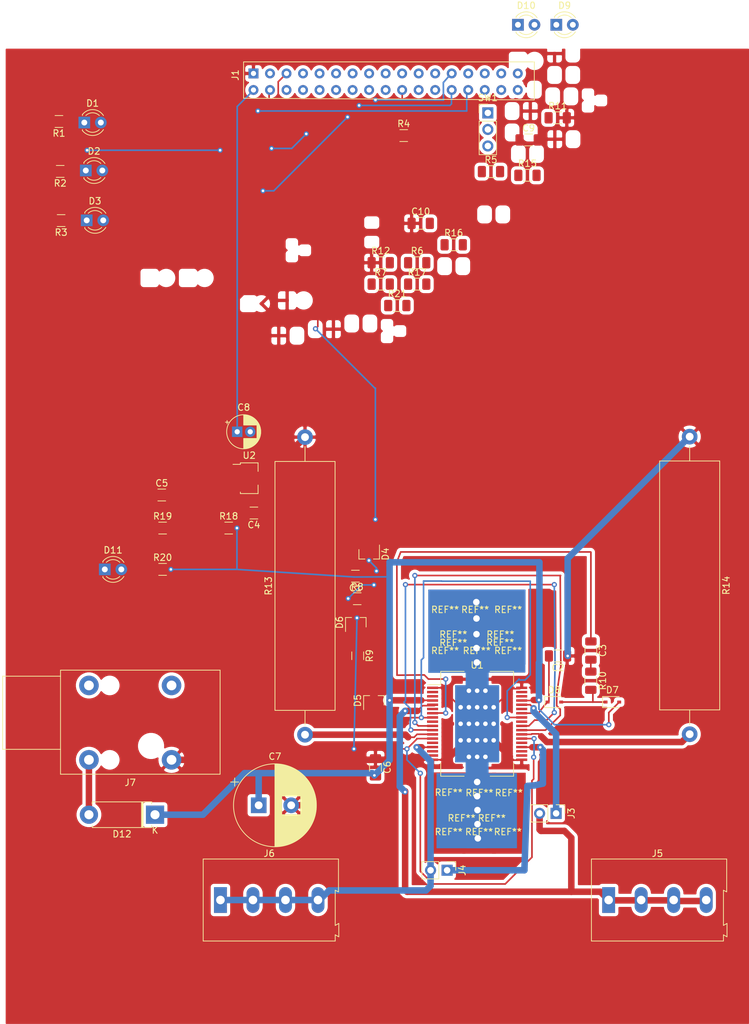
<source format=kicad_pcb>
(kicad_pcb (version 20171130) (host pcbnew "(5.1.6)-1")
  (layers (0 F.Cu signal) (31 B.Cu signal) (34 B.Paste user) (35 F.Paste user) (36 B.SilkS user) (37 F.SilkS user) (38 B.Mask user) (39 F.Mask user) (44 Edge.Cuts user))
  (net 0 "")
  (net 1 GND)
  (net 2 "Net-(C3-Pad2)")
  (net 3 PA0)
  (net 4 +3V3)
  (net 5 "Net-(D1-Pad1)")
  (net 6 "Net-(D2-Pad1)")
  (net 7 "Net-(D3-Pad1)")
  (net 8 PC2)
  (net 9 EN)
  (net 10 PC3)
  (net 11 V)
  (net 12 "Net-(D7-Pad1)")
  (net 13 "Net-(D10-Pad1)")
  (net 14 "Net-(J1-Pad34)")
  (net 15 "Net-(J1-Pad32)")
  (net 16 "Net-(J1-Pad30)")
  (net 17 PD1)
  (net 18 PC5)
  (net 19 "Net-(J1-Pad33)")
  (net 20 "Net-(J1-Pad31)")
  (net 21 "Net-(J1-Pad29)")
  (net 22 PD2)
  (net 23 PD0)
  (net 24 IN2)
  (net 25 IN1)
  (net 26 "Net-(J1-Pad14)")
  (net 27 "Net-(J1-Pad13)")
  (net 28 "Net-(J1-Pad12)")
  (net 29 "Net-(J1-Pad11)")
  (net 30 "Net-(J1-Pad10)")
  (net 31 "Net-(J1-Pad9)")
  (net 32 "Net-(J1-Pad8)")
  (net 33 PA1)
  (net 34 +5V)
  (net 35 "Net-(R6-Pad1)")
  (net 36 "Net-(R14-Pad2)")
  (net 37 "Net-(SW1-Pad3)")
  (net 38 "Net-(J1-Pad24)")
  (net 39 "Net-(J1-Pad23)")
  (net 40 "Net-(J1-Pad16)")
  (net 41 "Net-(J1-Pad15)")
  (net 42 "Net-(D11-Pad2)")
  (net 43 "Net-(D12-Pad2)")
  (net 44 +12V)
  (net 45 "Net-(J1-Pad28)")
  (net 46 "Net-(J1-Pad21)")
  (net 47 VBOOT)
  (net 48 VCP)
  (net 49 OUT1a)
  (net 50 OUT2a)
  (net 51 OUT2b)
  (net 52 OUT1b)
  (net 53 "Net-(R11-Pad1)")
  (net 54 "Net-(R12-Pad2)")
  (net 55 PA2)
  (net 56 "Net-(R13-Pad1)")
  (net 57 "Net-(C1-Pad1)")
  (net 58 "Net-(D4-Pad3)")
  (net 59 "Net-(D4-Pad2)")
  (net 60 "Net-(D5-Pad2)")
  (net 61 "Net-(D6-Pad2)")
  (net 62 "Net-(SW1-Pad2)")
  (module Capacitor_SMD:C_1206_3216Metric (layer F.Cu) (at 82.2579 135.8265 270)
    (fp_text reference C6 (at 0 -1.82 90) (layer F.SilkS))
    (fp_text value 220n)
    (pad 2 smd roundrect (at 1.4 0 270) (size 1.25 1.75) (layers F.Cu F.Paste F.Mask) (roundrect_rratio 0.2) (net 11 V))
    (pad 1 smd roundrect (at -1.4 0 270) (size 1.25 1.75) (layers F.Cu F.Paste F.Mask) (roundrect_rratio 0.2) (net 1 GND))
  )
  (module Capacitor_THT:CP_Radial_D12.5mm_P5.00mm (layer F.Cu) (at 64.3001 141.6558)
    (fp_text reference C7 (at 2.5 -7.5) (layer F.SilkS))
    (fp_text value 1000u)
    (pad 2 thru_hole circle (at 5 0) (size 2.4 2.4) (drill 1.2) (layers *.Cu *.Mask) (net 1 GND))
    (pad 1 thru_hole rect (at 0 0) (size 2.4 2.4) (drill 1.2) (layers *.Cu *.Mask) (net 11 V))
  )
  (module sboxnet:heatsink_b (layer F.Cu) (at 95.504 143.129)
    (fp_text reference REF** (at 0 0.5) (layer F.SilkS))
    (fp_text value hs_b)
    (fp_poly (pts (xy 3.81 5.08) (xy -3.81 5.08) (xy -3.81 -6.35) (xy 3.81 -6.35)) (layer B.Cu) (width 0.1))
  )
  (module sboxnet:heatsink_b (layer F.Cu) (at 100.1522 143.129)
    (fp_text reference REF** (at 0 0.5) (layer F.SilkS))
    (fp_text value hs_b)
    (fp_poly (pts (xy 3.81 5.08) (xy -3.81 5.08) (xy -3.81 -6.35) (xy 3.81 -6.35)) (layer B.Cu) (width 0.1))
  )
  (module sboxnet:heatsink_b (layer F.Cu) (at 101.473 114.9096)
    (fp_text reference REF** (at 0 0.5) (layer F.SilkS))
    (fp_text value hs_b)
    (fp_poly (pts (xy 3.81 5.08) (xy -3.81 5.08) (xy -3.81 -6.35) (xy 3.81 -6.35)) (layer B.Cu) (width 0.1))
  )
  (module sboxnet:heatsink_b (layer F.Cu) (at 94.234 114.9096)
    (fp_text reference REF** (at 0 0.5) (layer F.SilkS))
    (fp_text value hs_b)
    (fp_poly (pts (xy 3.81 5.08) (xy -3.81 5.08) (xy -3.81 -6.35) (xy 3.81 -6.35)) (layer B.Cu) (width 0.1))
  )
  (module sboxnet:heatsink_b (layer F.Cu) (at 94.234 116.1796)
    (fp_text reference REF** (at 0 0.5) (layer F.SilkS))
    (fp_text value hs_b)
    (fp_poly (pts (xy 3.81 5.08) (xy -3.81 5.08) (xy -3.81 -6.35) (xy 3.81 -6.35)) (layer B.Cu) (width 0.1))
  )
  (module sboxnet:heatsink_b (layer F.Cu) (at 101.4476 116.1288)
    (fp_text reference REF** (at 0 0.5) (layer F.SilkS))
    (fp_text value hs_b)
    (fp_poly (pts (xy 3.81 5.08) (xy -3.81 5.08) (xy -3.81 -6.35) (xy 3.81 -6.35)) (layer B.Cu) (width 0.1))
  )
  (module sboxnet:heatsink (layer F.Cu) (at 92.964 111.0996)
    (fp_text reference REF** (at 0 0.5) (layer F.SilkS))
    (fp_text value heatsink)
    (fp_poly (pts (xy 2.54 3.81) (xy -2.54 3.81) (xy -2.54 -2.54) (xy 2.54 -2.54)) (layer F.Cu) (width 0.1))
  )
  (module sboxnet:heatsink (layer F.Cu) (at 97.5868 111.0996)
    (fp_text reference REF** (at 0 0.5) (layer F.SilkS))
    (fp_text value heatsink)
    (fp_poly (pts (xy 2.54 3.81) (xy -2.54 3.81) (xy -2.54 -2.54) (xy 2.54 -2.54)) (layer F.Cu) (width 0.1))
  )
  (module sboxnet:heatsink (layer F.Cu) (at 102.6668 111.0996)
    (fp_text reference REF** (at 0 0.5) (layer F.SilkS))
    (fp_text value heatsink)
    (fp_poly (pts (xy 2.54 3.81) (xy -2.54 3.81) (xy -2.54 -2.54) (xy 2.54 -2.54)) (layer F.Cu) (width 0.1))
  )
  (module sboxnet:heatsink (layer F.Cu) (at 102.6668 117.3988)
    (fp_text reference REF** (at 0 0.5) (layer F.SilkS))
    (fp_text value heatsink)
    (fp_poly (pts (xy 2.54 3.81) (xy -2.54 3.81) (xy -2.54 -2.54) (xy 2.54 -2.54)) (layer F.Cu) (width 0.1))
  )
  (module sboxnet:heatsink (layer F.Cu) (at 92.964 117.3988)
    (fp_text reference REF** (at 0 0.5) (layer F.SilkS))
    (fp_text value heatsink)
    (fp_poly (pts (xy 2.54 3.81) (xy -2.54 3.81) (xy -2.54 -2.54) (xy 2.54 -2.54)) (layer F.Cu) (width 0.1))
  )
  (module sboxnet:heatsink (layer F.Cu) (at 97.8408 117.3988)
    (fp_text reference REF** (at 0 0.5) (layer F.SilkS))
    (fp_text value heatsink)
    (fp_poly (pts (xy 2.54 3.81) (xy -2.54 3.81) (xy -2.54 -2.54) (xy 2.54 -2.54)) (layer F.Cu) (width 0.1))
  )
  (module sboxnet:heatsink (layer F.Cu) (at 102.7684 145.2372)
    (fp_text reference REF** (at -0.1524 0.5) (layer F.SilkS))
    (fp_text value heatsink)
    (fp_poly (pts (xy 2.54 3.81) (xy -2.54 3.81) (xy -2.54 -2.54) (xy 2.54 -2.54)) (layer F.Cu) (width 0.1))
  )
  (module sboxnet:heatsink (layer F.Cu) (at 93.5228 145.2372)
    (fp_text reference REF** (at 0 0.5) (layer F.SilkS))
    (fp_text value heatsink)
    (fp_poly (pts (xy 2.54 3.81) (xy -2.54 3.81) (xy -2.54 -2.54) (xy 2.54 -2.54)) (layer F.Cu) (width 0.1))
  )
  (module sboxnet:heatsink (layer F.Cu) (at 98.1964 145.2372)
    (fp_text reference REF** (at 0 0.5) (layer F.SilkS))
    (fp_text value heatsink)
    (fp_poly (pts (xy 2.54 3.81) (xy -2.54 3.81) (xy -2.54 -2.54) (xy 2.54 -2.54)) (layer F.Cu) (width 0.1))
  )
  (module sboxnet:heatsink (layer F.Cu) (at 102.7684 139.2428)
    (fp_text reference REF** (at 0 0.5) (layer F.SilkS))
    (fp_text value heatsink)
    (fp_poly (pts (xy 2.54 3.81) (xy -2.54 3.81) (xy -2.54 -2.54) (xy 2.54 -2.54)) (layer F.Cu) (width 0.1))
  )
  (module sboxnet:heatsink (layer F.Cu) (at 93.5228 139.192)
    (fp_text reference REF** (at 0 0.5) (layer F.SilkS))
    (fp_text value heatsink)
    (fp_poly (pts (xy 2.54 3.81) (xy -2.54 3.81) (xy -2.54 -2.54) (xy 2.54 -2.54)) (layer F.Cu) (width 0.1))
  )
  (module sboxnet:heatsink (layer F.Cu) (at 98.2472 139.2428)
    (fp_text reference REF** (at 0 0.5) (layer F.SilkS))
    (fp_text value heatsink)
    (fp_poly (pts (xy 2.54 3.81) (xy -2.54 3.81) (xy -2.54 -2.54) (xy 2.54 -2.54)) (layer F.Cu) (width 0.1))
  )
  (module Connector_PinHeader_2.54mm:PinHeader_1x02_P2.54mm_Vertical (layer F.Cu) (at 93.2688 151.638 270)
    (fp_text reference J4 (at 0 -2.33 90) (layer F.SilkS))
    (fp_text value Conn_01x02_Male)
    (pad 2 thru_hole oval (at 0 2.54 270) (size 1.7 1.7) (drill 1) (layers *.Cu *.Mask) (net 49 OUT1a))
    (pad 1 thru_hole rect (at 0 0 270) (size 1.7 1.7) (drill 1) (layers *.Cu *.Mask) (net 52 OUT1b))
  )
  (module Package_TO_SOT_SMD:SOT-89-3 (layer F.Cu) (at 62.5475 91.4019)
    (fp_text reference U2 (at 0.3 -3.5) (layer F.SilkS))
    (fp_text value L78L12_SOT89)
    (pad 2 smd custom (at -1.5625 0) (size 1.475 0.9) (layers F.Cu F.Paste F.Mask) (net 1 GND) (options (clearance outline) (anchor rect)) (primitives (gr_poly (pts (xy 0.7375 -0.8665) (xy 3.8625 -0.8665) (xy 3.8625 0.8665) (xy 0.7375 0.8665)) (width 0))))
    (pad 3 smd rect (at -1.65 1.5) (size 1.3 0.9) (layers F.Cu F.Paste F.Mask) (net 11 V))
    (pad 1 smd rect (at -1.65 -1.5) (size 1.3 0.9) (layers F.Cu F.Paste F.Mask) (net 44 +12V))
  )
  (module Package_SO:HSOP-36-1EP_11.0x15.9mm_P0.65mm_SlugDown_ThermalVias (layer F.Cu) (at 97.8916 129.1336)
    (fp_text reference U1 (at 0 -9) (layer F.SilkS))
    (fp_text value L6206PSO-sboxnet)
    (pad 37 smd rect (at 0 0) (size 6.78 11.86) (layers B.Cu) (net 1 GND))
    (pad 37 thru_hole circle (at -1.27 -5.08) (size 1 1) (drill 0.7) (layers *.Cu) (net 1 GND))
    (pad 37 thru_hole circle (at 0 -5.08) (size 1 1) (drill 0.7) (layers *.Cu) (net 1 GND))
    (pad 37 thru_hole circle (at 1.27 -5.08) (size 1 1) (drill 0.7) (layers *.Cu) (net 1 GND))
    (pad 37 thru_hole circle (at -2.54 -2.54) (size 1 1) (drill 0.7) (layers *.Cu) (net 1 GND))
    (pad 37 thru_hole circle (at -1.27 -2.54) (size 1 1) (drill 0.7) (layers *.Cu) (net 1 GND))
    (pad 37 thru_hole circle (at 0 -2.54) (size 1 1) (drill 0.7) (layers *.Cu) (net 1 GND))
    (pad 37 thru_hole circle (at 1.27 -2.54) (size 1 1) (drill 0.7) (layers *.Cu) (net 1 GND))
    (pad 37 thru_hole circle (at 2.54 -2.54) (size 1 1) (drill 0.7) (layers *.Cu) (net 1 GND))
    (pad 37 thru_hole circle (at -2.54 0) (size 1 1) (drill 0.7) (layers *.Cu) (net 1 GND))
    (pad 37 thru_hole circle (at -1.27 0) (size 1 1) (drill 0.7) (layers *.Cu) (net 1 GND))
    (pad 37 thru_hole circle (at 0 0) (size 1 1) (drill 0.7) (layers *.Cu) (net 1 GND))
    (pad 37 thru_hole circle (at 1.27 0) (size 1 1) (drill 0.7) (layers *.Cu) (net 1 GND))
    (pad 37 thru_hole circle (at 2.54 0) (size 1 1) (drill 0.7) (layers *.Cu) (net 1 GND))
    (pad 37 thru_hole circle (at -2.54 2.54) (size 1 1) (drill 0.7) (layers *.Cu) (net 1 GND))
    (pad 37 thru_hole circle (at -1.27 2.54) (size 1 1) (drill 0.7) (layers *.Cu) (net 1 GND))
    (pad 37 thru_hole circle (at 0 2.54) (size 1 1) (drill 0.7) (layers *.Cu) (net 1 GND))
    (pad 37 thru_hole circle (at 1.27 2.54) (size 1 1) (drill 0.7) (layers *.Cu) (net 1 GND))
    (pad 37 thru_hole circle (at 2.54 2.54) (size 1 1) (drill 0.7) (layers *.Cu) (net 1 GND))
    (pad 37 thru_hole circle (at -1.27 5.08) (size 1 1) (drill 0.7) (layers *.Cu) (net 1 GND))
    (pad 37 thru_hole circle (at 0 5.08) (size 1 1) (drill 0.7) (layers *.Cu) (net 1 GND))
    (pad 37 thru_hole circle (at 1.27 5.08) (size 1 1) (drill 0.7) (layers *.Cu) (net 1 GND))
    (pad 37 smd rect (at 0 6.8425) (size 3.4 2.415) (layers F.Cu F.Paste F.Mask) (net 1 GND))
    (pad 37 smd rect (at 0 -6.8425) (size 3.4 2.415) (layers F.Cu F.Paste F.Mask) (net 1 GND))
    (pad 37 smd rect (at 0 0) (size 6.4 11.27) (layers F.Cu F.Paste F.Mask) (net 1 GND))
    (pad 36 smd rect (at 6.85 -5.525) (size 1.7 0.38) (layers F.Cu F.Paste F.Mask) (net 1 GND))
    (pad 35 smd rect (at 6.85 -4.875) (size 1.7 0.38) (layers F.Cu F.Paste F.Mask))
    (pad 34 smd rect (at 6.85 -4.225) (size 1.7 0.38) (layers F.Cu F.Paste F.Mask))
    (pad 33 smd rect (at 6.85 -3.575) (size 1.7 0.38) (layers F.Cu F.Paste F.Mask) (net 11 V))
    (pad 32 smd rect (at 6.85 -2.925) (size 1.7 0.38) (layers F.Cu F.Paste F.Mask) (net 51 OUT2b))
    (pad 31 smd rect (at 6.85 -2.275) (size 1.7 0.38) (layers F.Cu F.Paste F.Mask))
    (pad 30 smd rect (at 6.85 -1.625) (size 1.7 0.38) (layers F.Cu F.Paste F.Mask) (net 47 VBOOT))
    (pad 29 smd rect (at 6.85 -0.975) (size 1.7 0.38) (layers F.Cu F.Paste F.Mask) (net 9 EN))
    (pad 28 smd rect (at 6.85 -0.325) (size 1.7 0.38) (layers F.Cu F.Paste F.Mask) (net 54 "Net-(R12-Pad2)"))
    (pad 27 smd rect (at 6.85 0.325) (size 1.7 0.38) (layers F.Cu F.Paste F.Mask) (net 24 IN2))
    (pad 26 smd rect (at 6.85 0.975) (size 1.7 0.38) (layers F.Cu F.Paste F.Mask) (net 25 IN1))
    (pad 25 smd rect (at 6.85 1.625) (size 1.7 0.38) (layers F.Cu F.Paste F.Mask) (net 36 "Net-(R14-Pad2)"))
    (pad 24 smd rect (at 6.85 2.275) (size 1.7 0.38) (layers F.Cu F.Paste F.Mask) (net 10 PC3))
    (pad 23 smd rect (at 6.85 2.925) (size 1.7 0.38) (layers F.Cu F.Paste F.Mask))
    (pad 22 smd rect (at 6.85 3.575) (size 1.7 0.38) (layers F.Cu F.Paste F.Mask) (net 52 OUT1b))
    (pad 21 smd rect (at 6.85 4.225) (size 1.7 0.38) (layers F.Cu F.Paste F.Mask))
    (pad 20 smd rect (at 6.85 4.875) (size 1.7 0.38) (layers F.Cu F.Paste F.Mask))
    (pad 18 smd rect (at -6.85 5.525) (size 1.7 0.38) (layers F.Cu F.Paste F.Mask) (net 1 GND))
    (pad 17 smd rect (at -6.85 4.875) (size 1.7 0.38) (layers F.Cu F.Paste F.Mask))
    (pad 16 smd rect (at -6.85 4.225) (size 1.7 0.38) (layers F.Cu F.Paste F.Mask))
    (pad 15 smd rect (at -6.85 3.575) (size 1.7 0.38) (layers F.Cu F.Paste F.Mask) (net 49 OUT1a))
    (pad 14 smd rect (at -6.85 2.925) (size 1.7 0.38) (layers F.Cu F.Paste F.Mask))
    (pad 13 smd rect (at -6.85 2.275) (size 1.7 0.38) (layers F.Cu F.Paste F.Mask) (net 10 PC3))
    (pad 12 smd rect (at -6.85 1.625) (size 1.7 0.38) (layers F.Cu F.Paste F.Mask) (net 56 "Net-(R13-Pad1)"))
    (pad 11 smd rect (at -6.85 0.975) (size 1.7 0.38) (layers F.Cu F.Paste F.Mask) (net 24 IN2))
    (pad 10 smd rect (at -6.85 0.325) (size 1.7 0.38) (layers F.Cu F.Paste F.Mask) (net 25 IN1))
    (pad 9 smd rect (at -6.85 -0.325) (size 1.7 0.38) (layers F.Cu F.Paste F.Mask) (net 53 "Net-(R11-Pad1)"))
    (pad 8 smd rect (at -6.85 -0.975) (size 1.7 0.38) (layers F.Cu F.Paste F.Mask) (net 9 EN))
    (pad 7 smd rect (at -6.85 -1.625) (size 1.7 0.38) (layers F.Cu F.Paste F.Mask) (net 48 VCP))
    (pad 6 smd rect (at -6.85 -2.275) (size 1.7 0.38) (layers F.Cu F.Paste F.Mask))
    (pad 5 smd rect (at -6.85 -2.925) (size 1.7 0.38) (layers F.Cu F.Paste F.Mask) (net 50 OUT2a))
    (pad 4 smd rect (at -6.85 -3.575) (size 1.7 0.38) (layers F.Cu F.Paste F.Mask) (net 11 V))
    (pad 3 smd rect (at -6.85 -4.225) (size 1.7 0.38) (layers F.Cu F.Paste F.Mask))
    (pad 2 smd rect (at -6.85 -4.875) (size 1.7 0.38) (layers F.Cu F.Paste F.Mask))
    (pad 19 smd rect (at 6.85 5.525) (size 1.7 0.38) (layers F.Cu F.Paste F.Mask) (net 1 GND))
    (pad 1 smd rect (at -6.85 -5.525) (size 1.7 0.38) (layers F.Cu F.Paste F.Mask) (net 1 GND))
  )
  (module Connector_PinHeader_2.54mm:PinHeader_1x03_P2.54mm_Vertical (layer F.Cu) (at 99.535001 35.271401)
    (fp_text reference SW1 (at 0 -2.33) (layer F.SilkS))
    (fp_text value Öffner)
    (pad 3 thru_hole oval (at 0 5.08) (size 1.7 1.7) (drill 1) (layers *.Cu *.Mask) (net 37 "Net-(SW1-Pad3)"))
    (pad 2 thru_hole oval (at 0 2.54) (size 1.7 1.7) (drill 1) (layers *.Cu *.Mask) (net 62 "Net-(SW1-Pad2)"))
    (pad 1 thru_hole rect (at 0 0) (size 1.7 1.7) (drill 1) (layers *.Cu *.Mask) (net 35 "Net-(R6-Pad1)"))
  )
  (module Resistor_SMD:R_1206_3216Metric (layer F.Cu) (at 85.615001 64.871401)
    (fp_text reference R21 (at 0 -1.82) (layer F.SilkS))
    (fp_text value 10k)
    (pad 2 smd roundrect (at 1.4 0) (size 1.25 1.75) (layers F.Cu F.Paste F.Mask) (roundrect_rratio 0.2) (net 55 PA2))
    (pad 1 smd roundrect (at -1.4 0) (size 1.25 1.75) (layers F.Cu F.Paste F.Mask) (roundrect_rratio 0.2) (net 36 "Net-(R14-Pad2)"))
  )
  (module Resistor_SMD:R_1206_3216Metric (layer F.Cu) (at 49.53 105.41)
    (fp_text reference R20 (at 0 -1.82) (layer F.SilkS))
    (fp_text value 33k)
    (pad 2 smd roundrect (at 1.4 0) (size 1.25 1.75) (layers F.Cu F.Paste F.Mask) (roundrect_rratio 0.2) (net 11 V))
    (pad 1 smd roundrect (at -1.4 0) (size 1.25 1.75) (layers F.Cu F.Paste F.Mask) (roundrect_rratio 0.2) (net 42 "Net-(D11-Pad2)"))
  )
  (module Resistor_SMD:R_1206_3216Metric (layer F.Cu) (at 49.53 99.06)
    (fp_text reference R19 (at 0 -1.82) (layer F.SilkS))
    (fp_text value 2.1k)
    (pad 2 smd roundrect (at 1.4 0) (size 1.25 1.75) (layers F.Cu F.Paste F.Mask) (roundrect_rratio 0.2) (net 33 PA1))
    (pad 1 smd roundrect (at -1.4 0) (size 1.25 1.75) (layers F.Cu F.Paste F.Mask) (roundrect_rratio 0.2) (net 1 GND))
  )
  (module Resistor_SMD:R_1206_3216Metric (layer F.Cu) (at 59.69 99.06)
    (fp_text reference R18 (at 0 -1.82) (layer F.SilkS))
    (fp_text value 33k)
    (pad 2 smd roundrect (at 1.4 0) (size 1.25 1.75) (layers F.Cu F.Paste F.Mask) (roundrect_rratio 0.2) (net 11 V))
    (pad 1 smd roundrect (at -1.4 0) (size 1.25 1.75) (layers F.Cu F.Paste F.Mask) (roundrect_rratio 0.2) (net 33 PA1))
  )
  (module Resistor_SMD:R_1206_3216Metric (layer F.Cu) (at 88.675001 61.581401)
    (fp_text reference R17 (at 0 -1.82) (layer F.SilkS))
    (fp_text value 2,7k)
    (pad 2 smd roundrect (at 1.4 0) (size 1.25 1.75) (layers F.Cu F.Paste F.Mask) (roundrect_rratio 0.2) (net 49 OUT1a))
    (pad 1 smd roundrect (at -1.4 0) (size 1.25 1.75) (layers F.Cu F.Paste F.Mask) (roundrect_rratio 0.2) (net 50 OUT2a))
  )
  (module Resistor_SMD:R_1206_3216Metric (layer F.Cu) (at 94.285001 55.531401)
    (fp_text reference R16 (at 0 -1.82) (layer F.SilkS))
    (fp_text value 5k)
    (pad 2 smd roundrect (at 1.4 0) (size 1.25 1.75) (layers F.Cu F.Paste F.Mask) (roundrect_rratio 0.2) (net 13 "Net-(D10-Pad1)"))
    (pad 1 smd roundrect (at -1.4 0) (size 1.25 1.75) (layers F.Cu F.Paste F.Mask) (roundrect_rratio 0.2) (net 50 OUT2a))
  )
  (module Resistor_SMD:R_1206_3216Metric (layer F.Cu) (at 105.625001 44.861401)
    (fp_text reference R15 (at 0 -1.82) (layer F.SilkS))
    (fp_text value 10k)
    (pad 2 smd roundrect (at 1.4 0) (size 1.25 1.75) (layers F.Cu F.Paste F.Mask) (roundrect_rratio 0.2) (net 3 PA0))
    (pad 1 smd roundrect (at -1.4 0) (size 1.25 1.75) (layers F.Cu F.Paste F.Mask) (roundrect_rratio 0.2) (net 56 "Net-(R13-Pad1)"))
  )
  (module Resistor_THT:R_Axial_Power_L38.0mm_W9.0mm_P45.72mm (layer F.Cu) (at 130.5687 85.0138 270)
    (fp_text reference R14 (at 22.86 -5.62 90) (layer F.SilkS))
    (fp_text value 0.22)
    (pad 2 thru_hole oval (at 45.72 0 270) (size 2.4 2.4) (drill 1.2) (layers *.Cu *.Mask) (net 36 "Net-(R14-Pad2)"))
    (pad 1 thru_hole circle (at 0 0 270) (size 2.4 2.4) (drill 1.2) (layers *.Cu *.Mask) (net 1 GND))
  )
  (module Resistor_THT:R_Axial_Power_L38.0mm_W9.0mm_P45.72mm (layer F.Cu) (at 71.4248 130.81 90)
    (fp_text reference R13 (at 22.86 -5.62 90) (layer F.SilkS))
    (fp_text value 0.22)
    (pad 2 thru_hole oval (at 45.72 0 90) (size 2.4 2.4) (drill 1.2) (layers *.Cu *.Mask) (net 1 GND))
    (pad 1 thru_hole circle (at 0 0 90) (size 2.4 2.4) (drill 1.2) (layers *.Cu *.Mask) (net 56 "Net-(R13-Pad1)"))
  )
  (module Resistor_SMD:R_1206_3216Metric (layer F.Cu) (at 83.065001 58.291401)
    (fp_text reference R12 (at 0 -1.82) (layer F.SilkS))
    (fp_text value 10k)
    (pad 2 smd roundrect (at 1.4 0) (size 1.25 1.75) (layers F.Cu F.Paste F.Mask) (roundrect_rratio 0.2) (net 54 "Net-(R12-Pad2)"))
    (pad 1 smd roundrect (at -1.4 0) (size 1.25 1.75) (layers F.Cu F.Paste F.Mask) (roundrect_rratio 0.2) (net 1 GND))
  )
  (module Resistor_SMD:R_1206_3216Metric (layer F.Cu) (at 110.275001 36.021401)
    (fp_text reference R11 (at 0 -1.82) (layer F.SilkS))
    (fp_text value 10k)
    (pad 2 smd roundrect (at 1.4 0) (size 1.25 1.75) (layers F.Cu F.Paste F.Mask) (roundrect_rratio 0.2) (net 1 GND))
    (pad 1 smd roundrect (at -1.4 0) (size 1.25 1.75) (layers F.Cu F.Paste F.Mask) (roundrect_rratio 0.2) (net 53 "Net-(R11-Pad1)"))
  )
  (module Resistor_SMD:R_1206_3216Metric (layer F.Cu) (at 115.3668 122.5139 270)
    (fp_text reference R10 (at 0 -1.82 90) (layer F.SilkS))
    (fp_text value 100)
    (pad 2 smd roundrect (at 1.4 0 270) (size 1.25 1.75) (layers F.Cu F.Paste F.Mask) (roundrect_rratio 0.2) (net 12 "Net-(D7-Pad1)"))
    (pad 1 smd roundrect (at -1.4 0 270) (size 1.25 1.75) (layers F.Cu F.Paste F.Mask) (roundrect_rratio 0.2) (net 2 "Net-(C3-Pad2)"))
  )
  (module Resistor_SMD:R_1206_3216Metric (layer F.Cu) (at 79.5274 118.6815 270)
    (fp_text reference R9 (at 0 -1.82 90) (layer F.SilkS))
    (fp_text value 2k)
    (pad 2 smd roundrect (at 1.4 0 270) (size 1.25 1.75) (layers F.Cu F.Paste F.Mask) (roundrect_rratio 0.2) (net 9 EN))
    (pad 1 smd roundrect (at -1.4 0 270) (size 1.25 1.75) (layers F.Cu F.Paste F.Mask) (roundrect_rratio 0.2) (net 57 "Net-(C1-Pad1)"))
  )
  (module Resistor_SMD:R_1206_3216Metric (layer F.Cu) (at 79.4512 109.9185)
    (fp_text reference R8 (at 0 -1.82) (layer F.SilkS))
    (fp_text value 1k)
    (pad 2 smd roundrect (at 1.4 0) (size 1.25 1.75) (layers F.Cu F.Paste F.Mask) (roundrect_rratio 0.2) (net 57 "Net-(C1-Pad1)"))
    (pad 1 smd roundrect (at -1.4 0) (size 1.25 1.75) (layers F.Cu F.Paste F.Mask) (roundrect_rratio 0.2) (net 58 "Net-(D4-Pad3)"))
  )
  (module Resistor_SMD:R_1206_3216Metric (layer F.Cu) (at 83.065001 61.581401)
    (fp_text reference R7 (at 0 -1.82) (layer F.SilkS))
    (fp_text value 2k)
    (pad 2 smd roundrect (at 1.4 0) (size 1.25 1.75) (layers F.Cu F.Paste F.Mask) (roundrect_rratio 0.2) (net 35 "Net-(R6-Pad1)"))
    (pad 1 smd roundrect (at -1.4 0) (size 1.25 1.75) (layers F.Cu F.Paste F.Mask) (roundrect_rratio 0.2) (net 4 +3V3))
  )
  (module Resistor_SMD:R_1206_3216Metric (layer F.Cu) (at 88.675001 58.291401)
    (fp_text reference R6 (at 0 -1.82) (layer F.SilkS))
    (fp_text value 680)
    (pad 2 smd roundrect (at 1.4 0) (size 1.25 1.75) (layers F.Cu F.Paste F.Mask) (roundrect_rratio 0.2) (net 18 PC5))
    (pad 1 smd roundrect (at -1.4 0) (size 1.25 1.75) (layers F.Cu F.Paste F.Mask) (roundrect_rratio 0.2) (net 35 "Net-(R6-Pad1)"))
  )
  (module Resistor_SMD:R_1206_3216Metric (layer F.Cu) (at 100.015001 44.291401)
    (fp_text reference R5 (at 0 -1.82) (layer F.SilkS))
    (fp_text value 2k)
    (pad 2 smd roundrect (at 1.4 0) (size 1.25 1.75) (layers F.Cu F.Paste F.Mask) (roundrect_rratio 0.2) (net 10 PC3))
    (pad 1 smd roundrect (at -1.4 0) (size 1.25 1.75) (layers F.Cu F.Paste F.Mask) (roundrect_rratio 0.2) (net 4 +3V3))
  )
  (module Resistor_SMD:R_1206_3216Metric (layer F.Cu) (at 86.6013 38.7574)
    (fp_text reference R4 (at 0 -1.82) (layer F.SilkS))
    (fp_text value 10k)
    (pad 2 smd roundrect (at 1.4 0) (size 1.25 1.75) (layers F.Cu F.Paste F.Mask) (roundrect_rratio 0.2) (net 1 GND))
    (pad 1 smd roundrect (at -1.4 0) (size 1.25 1.75) (layers F.Cu F.Paste F.Mask) (roundrect_rratio 0.2) (net 8 PC2))
  )
  (module Resistor_SMD:R_1206_3216Metric (layer F.Cu) (at 33.9247 51.816 180)
    (fp_text reference R3 (at 0 -1.82) (layer F.SilkS))
    (fp_text value 680)
    (pad 2 smd roundrect (at 1.4 0 180) (size 1.25 1.75) (layers F.Cu F.Paste F.Mask) (roundrect_rratio 0.2) (net 23 PD0))
    (pad 1 smd roundrect (at -1.4 0 180) (size 1.25 1.75) (layers F.Cu F.Paste F.Mask) (roundrect_rratio 0.2) (net 7 "Net-(D3-Pad1)"))
  )
  (module Resistor_SMD:R_1206_3216Metric (layer F.Cu) (at 33.785 44.2595 180)
    (fp_text reference R2 (at 0 -1.82) (layer F.SilkS))
    (fp_text value 680)
    (pad 2 smd roundrect (at 1.4 0 180) (size 1.25 1.75) (layers F.Cu F.Paste F.Mask) (roundrect_rratio 0.2) (net 17 PD1))
    (pad 1 smd roundrect (at -1.4 0 180) (size 1.25 1.75) (layers F.Cu F.Paste F.Mask) (roundrect_rratio 0.2) (net 6 "Net-(D2-Pad1)"))
  )
  (module Resistor_SMD:R_1206_3216Metric (layer F.Cu) (at 33.5915 36.5887 180)
    (fp_text reference R1 (at 0 -1.82) (layer F.SilkS))
    (fp_text value 680)
    (pad 2 smd roundrect (at 1.4 0 180) (size 1.25 1.75) (layers F.Cu F.Paste F.Mask) (roundrect_rratio 0.2) (net 22 PD2))
    (pad 1 smd roundrect (at -1.4 0 180) (size 1.25 1.75) (layers F.Cu F.Paste F.Mask) (roundrect_rratio 0.2) (net 5 "Net-(D1-Pad1)"))
  )
  (module Connector_Audio:Jack_6.35mm_Neutrik_NRJ4HF_Horizontal (layer F.Cu) (at 50.9016 134.6708 180)
    (fp_text reference J7 (at 6.35 -3.5) (layer F.SilkS))
    (fp_text value "Power von externen 15V/4A Netzteil  DS_NRJ4HF")
    (pad TN thru_hole circle (at 0 11.43 180) (size 3 3) (drill 1.5) (layers *.Cu *.Mask))
    (pad "" np_thru_hole circle (at 9.5 0 180) (size 2 2) (drill 2) (layers *.Cu *.Mask))
    (pad "" np_thru_hole circle (at 9.5 11.43 180) (size 2 2) (drill 2) (layers *.Cu *.Mask))
    (pad "" np_thru_hole circle (at 3.15 2.13 180) (size 3 3) (drill 3) (layers *.Cu *.Mask))
    (pad SN thru_hole circle (at 12.7 11.43 180) (size 3 3) (drill 1.5) (layers *.Cu *.Mask))
    (pad S thru_hole circle (at 12.7 0 180) (size 3 3) (drill 1.5) (layers *.Cu *.Mask) (net 43 "Net-(D12-Pad2)"))
    (pad T thru_hole circle (at 0 0 180) (size 3 3) (drill 1.5) (layers *.Cu *.Mask) (net 1 GND))
  )
  (module TerminalBlock:TerminalBlock_Altech_AK300-4_P5.00mm (layer F.Cu) (at 58.42 156.21)
    (fp_text reference J6 (at 7.5 -7.15) (layer F.SilkS))
    (fp_text value Screw_Terminal_01x04)
    (pad 3 thru_hole oval (at 10 0) (size 1.98 3.96) (drill 1.32) (layers *.Cu *.Mask) (net 49 OUT1a))
    (pad 4 thru_hole oval (at 15 0) (size 1.98 3.96) (drill 1.32) (layers *.Cu *.Mask) (net 49 OUT1a))
    (pad 2 thru_hole oval (at 5 0) (size 1.98 3.96) (drill 1.32) (layers *.Cu *.Mask) (net 49 OUT1a))
    (pad 1 thru_hole rect (at 0 0) (size 1.98 3.96) (drill 1.32) (layers *.Cu *.Mask) (net 49 OUT1a))
  )
  (module TerminalBlock:TerminalBlock_Altech_AK300-4_P5.00mm (layer F.Cu) (at 118.11 156.21)
    (fp_text reference J5 (at 7.5 -7.15) (layer F.SilkS))
    (fp_text value Screw_Terminal_01x04)
    (pad 3 thru_hole oval (at 10 0) (size 1.98 3.96) (drill 1.32) (layers *.Cu *.Mask) (net 50 OUT2a))
    (pad 4 thru_hole oval (at 15 0) (size 1.98 3.96) (drill 1.32) (layers *.Cu *.Mask) (net 50 OUT2a))
    (pad 2 thru_hole oval (at 5 0) (size 1.98 3.96) (drill 1.32) (layers *.Cu *.Mask) (net 50 OUT2a))
    (pad 1 thru_hole rect (at 0 0) (size 1.98 3.96) (drill 1.32) (layers *.Cu *.Mask) (net 50 OUT2a))
  )
  (module Connector_PinHeader_2.54mm:PinHeader_1x02_P2.54mm_Vertical (layer F.Cu) (at 110.0328 142.9004 270)
    (fp_text reference J3 (at 0 -2.33 90) (layer F.SilkS))
    (fp_text value Conn_01x02_Male)
    (pad 2 thru_hole oval (at 0 2.54 270) (size 1.7 1.7) (drill 1) (layers *.Cu *.Mask) (net 50 OUT2a))
    (pad 1 thru_hole rect (at 0 0 270) (size 1.7 1.7) (drill 1) (layers *.Cu *.Mask) (net 51 OUT2b))
  )
  (module sboxnet:sboxnet-stecker-2x17 (layer F.Cu) (at 60.96 31.75 90)
    (fp_text reference J1 (at 2.286 -0.254 90) (layer F.SilkS))
    (fp_text value sboxnet-stecker_02x17)
    (pad 34 thru_hole circle (at 2.54 43.18 90) (size 1.524 1.524) (drill 0.8) (layers *.Cu *.Mask) (net 14 "Net-(J1-Pad34)"))
    (pad 32 thru_hole circle (at 2.54 40.64 90) (size 1.524 1.524) (drill 0.8) (layers *.Cu *.Mask) (net 15 "Net-(J1-Pad32)"))
    (pad 30 thru_hole circle (at 2.54 38.1 90) (size 1.524 1.524) (drill 0.8) (layers *.Cu *.Mask) (net 16 "Net-(J1-Pad30)"))
    (pad 28 thru_hole circle (at 2.54 35.56 90) (size 1.524 1.524) (drill 0.8) (layers *.Cu *.Mask) (net 45 "Net-(J1-Pad28)"))
    (pad 26 thru_hole circle (at 2.54 33.02 90) (size 1.524 1.524) (drill 0.8) (layers *.Cu *.Mask) (net 17 PD1))
    (pad 24 thru_hole circle (at 2.54 30.48 90) (size 1.524 1.524) (drill 0.8) (layers *.Cu *.Mask) (net 38 "Net-(J1-Pad24)"))
    (pad 22 thru_hole circle (at 2.54 27.94 90) (size 1.524 1.524) (drill 0.8) (layers *.Cu *.Mask) (net 18 PC5))
    (pad 33 thru_hole circle (at 0 43.18 90) (size 1.524 1.524) (drill 0.8) (layers *.Cu *.Mask) (net 19 "Net-(J1-Pad33)"))
    (pad 31 thru_hole circle (at 0 40.64 90) (size 1.524 1.524) (drill 0.8) (layers *.Cu *.Mask) (net 20 "Net-(J1-Pad31)"))
    (pad 29 thru_hole circle (at 0 38.1 90) (size 1.524 1.524) (drill 0.8) (layers *.Cu *.Mask) (net 21 "Net-(J1-Pad29)"))
    (pad 27 thru_hole circle (at 0 35.56 90) (size 1.524 1.524) (drill 0.8) (layers *.Cu *.Mask) (net 22 PD2))
    (pad 25 thru_hole circle (at 0 33.02 90) (size 1.524 1.524) (drill 0.8) (layers *.Cu *.Mask) (net 23 PD0))
    (pad 23 thru_hole circle (at 0 30.48 90) (size 1.524 1.524) (drill 0.8) (layers *.Cu *.Mask) (net 39 "Net-(J1-Pad23)"))
    (pad 21 thru_hole circle (at 0 27.94 90) (size 1.524 1.524) (drill 0.8) (layers *.Cu *.Mask) (net 46 "Net-(J1-Pad21)"))
    (pad 20 thru_hole circle (at 2.54 25.4 90) (size 1.524 1.524) (drill 0.8) (layers *.Cu *.Mask) (net 10 PC3))
    (pad 19 thru_hole circle (at 0 25.4 90) (size 1.524 1.524) (drill 0.8) (layers *.Cu *.Mask) (net 8 PC2))
    (pad 18 thru_hole circle (at 2.54 22.86 90) (size 1.524 1.524) (drill 0.8) (layers *.Cu *.Mask) (net 24 IN2))
    (pad 17 thru_hole circle (at 0 22.86 90) (size 1.524 1.524) (drill 0.8) (layers *.Cu *.Mask) (net 25 IN1))
    (pad 16 thru_hole circle (at 2.54 20.32 90) (size 1.524 1.524) (drill 0.8) (layers *.Cu *.Mask) (net 40 "Net-(J1-Pad16)"))
    (pad 15 thru_hole circle (at 0 20.32 90) (size 1.524 1.524) (drill 0.8) (layers *.Cu *.Mask) (net 41 "Net-(J1-Pad15)"))
    (pad 14 thru_hole circle (at 2.54 17.78 90) (size 1.524 1.524) (drill 0.8) (layers *.Cu *.Mask) (net 26 "Net-(J1-Pad14)"))
    (pad 13 thru_hole circle (at 0 17.78 90) (size 1.524 1.524) (drill 0.8) (layers *.Cu *.Mask) (net 27 "Net-(J1-Pad13)"))
    (pad 12 thru_hole circle (at 2.54 15.24 90) (size 1.524 1.524) (drill 0.8) (layers *.Cu *.Mask) (net 28 "Net-(J1-Pad12)"))
    (pad 11 thru_hole circle (at 0 15.24 90) (size 1.524 1.524) (drill 0.8) (layers *.Cu *.Mask) (net 29 "Net-(J1-Pad11)"))
    (pad 10 thru_hole circle (at 2.54 12.7 90) (size 1.524 1.524) (drill 0.8) (layers *.Cu *.Mask) (net 30 "Net-(J1-Pad10)"))
    (pad 9 thru_hole circle (at 0 12.7 90) (size 1.524 1.524) (drill 0.8) (layers *.Cu *.Mask) (net 31 "Net-(J1-Pad9)"))
    (pad 8 thru_hole circle (at 2.54 10.16 90) (size 1.524 1.524) (drill 0.8) (layers *.Cu *.Mask) (net 32 "Net-(J1-Pad8)"))
    (pad 7 thru_hole circle (at 0 10.16 90) (size 1.524 1.524) (drill 0.8) (layers *.Cu *.Mask) (net 55 PA2))
    (pad 6 thru_hole circle (at 2.54 7.62 90) (size 1.524 1.524) (drill 0.8) (layers *.Cu *.Mask) (net 33 PA1))
    (pad 5 thru_hole circle (at 0 7.62 90) (size 1.524 1.524) (drill 0.8) (layers *.Cu *.Mask) (net 3 PA0))
    (pad 4 thru_hole circle (at 2.54 5.08 90) (size 1.524 1.524) (drill 0.8) (layers *.Cu *.Mask) (net 34 +5V))
    (pad 3 thru_hole circle (at 0 5.08 90) (size 1.524 1.524) (drill 0.8) (layers *.Cu *.Mask) (net 4 +3V3))
    (pad 2 thru_hole rect (at 2.54 2.54 90) (size 1.524 1.524) (drill 0.8) (layers *.Cu *.Mask) (net 1 GND))
    (pad 1 thru_hole circle (at 0 2.54 90) (size 1.524 1.524) (drill 0.8) (layers *.Cu *.Mask) (net 44 +12V))
  )
  (module Diode_THT:D_5W_P10.16mm_Horizontal (layer F.Cu) (at 48.3616 143.1036 180)
    (fp_text reference D12 (at 5.08 -2.97) (layer F.SilkS))
    (fp_text value "NTE 5812HC  10A")
    (fp_text user K (at 0 -2.4) (layer F.SilkS))
    (pad 2 thru_hole oval (at 10.16 0 180) (size 2.8 2.8) (drill 1.4) (layers *.Cu *.Mask) (net 43 "Net-(D12-Pad2)"))
    (pad 1 thru_hole rect (at 0 0 180) (size 2.8 2.8) (drill 1.4) (layers *.Cu *.Mask) (net 11 V))
  )
  (module LED_THT:LED_D3.0mm (layer F.Cu) (at 40.64 105.41)
    (fp_text reference D11 (at 1.27 -2.96) (layer F.SilkS))
    (fp_text value "LED gn")
    (pad 2 thru_hole circle (at 2.54 0) (size 1.8 1.8) (drill 0.9) (layers *.Cu *.Mask) (net 42 "Net-(D11-Pad2)"))
    (pad 1 thru_hole rect (at 0 0) (size 1.8 1.8) (drill 0.9) (layers *.Cu *.Mask) (net 1 GND))
  )
  (module LED_THT:LED_D3.0mm (layer F.Cu) (at 104.165001 21.731401)
    (fp_text reference D10 (at 1.27 -2.96) (layer F.SilkS))
    (fp_text value LED)
    (pad 2 thru_hole circle (at 2.54 0) (size 1.8 1.8) (drill 0.9) (layers *.Cu *.Mask) (net 49 OUT1a))
    (pad 1 thru_hole rect (at 0 0) (size 1.8 1.8) (drill 0.9) (layers *.Cu *.Mask) (net 13 "Net-(D10-Pad1)"))
  )
  (module LED_THT:LED_D3.0mm (layer F.Cu) (at 110.065001 21.731401)
    (fp_text reference D9 (at 1.27 -2.96) (layer F.SilkS))
    (fp_text value LED)
    (pad 2 thru_hole circle (at 2.54 0) (size 1.8 1.8) (drill 0.9) (layers *.Cu *.Mask) (net 13 "Net-(D10-Pad1)"))
    (pad 1 thru_hole rect (at 0 0) (size 1.8 1.8) (drill 0.9) (layers *.Cu *.Mask) (net 49 OUT1a))
  )
  (module Diode_SMD:D_SOD-323 (layer F.Cu) (at 109.7661 125.7935)
    (fp_text reference D8 (at 0 -1.85) (layer F.SilkS))
    (fp_text value 1N4148WS)
    (pad 2 smd rect (at 1.05 0) (size 0.6 0.45) (layers F.Cu F.Paste F.Mask) (net 12 "Net-(D7-Pad1)"))
    (pad 1 smd rect (at -1.05 0) (size 0.6 0.45) (layers F.Cu F.Paste F.Mask) (net 47 VBOOT))
  )
  (module Diode_SMD:D_SOD-323 (layer F.Cu) (at 118.6815 125.7935)
    (fp_text reference D7 (at 0 -1.85) (layer F.SilkS))
    (fp_text value 1N4148WS)
    (pad 2 smd rect (at 1.05 0) (size 0.6 0.45) (layers F.Cu F.Paste F.Mask) (net 11 V))
    (pad 1 smd rect (at -1.05 0) (size 0.6 0.45) (layers F.Cu F.Paste F.Mask) (net 12 "Net-(D7-Pad1)"))
  )
  (module Package_TO_SOT_SMD:SOT-23 (layer F.Cu) (at 79.2353 113.5634 90)
    (fp_text reference D6 (at 0 -2.5 90) (layer F.SilkS))
    (fp_text value BAR42FILM)
    (pad 3 smd rect (at 1 0 90) (size 0.9 0.8) (layers F.Cu F.Paste F.Mask) (net 10 PC3))
    (pad 2 smd rect (at -1 0.95 90) (size 0.9 0.8) (layers F.Cu F.Paste F.Mask) (net 61 "Net-(D6-Pad2)"))
    (pad 1 smd rect (at -1 -0.95 90) (size 0.9 0.8) (layers F.Cu F.Paste F.Mask) (net 57 "Net-(C1-Pad1)"))
  )
  (module Package_TO_SOT_SMD:SOT-23 (layer F.Cu) (at 82.0166 125.5649 90)
    (fp_text reference D5 (at 0 -2.5 90) (layer F.SilkS))
    (fp_text value BAR42FILM)
    (pad 3 smd rect (at 1 0 90) (size 0.9 0.8) (layers F.Cu F.Paste F.Mask) (net 8 PC2))
    (pad 2 smd rect (at -1 0.95 90) (size 0.9 0.8) (layers F.Cu F.Paste F.Mask) (net 60 "Net-(D5-Pad2)"))
    (pad 1 smd rect (at -1 -0.95 90) (size 0.9 0.8) (layers F.Cu F.Paste F.Mask) (net 9 EN))
  )
  (module Package_TO_SOT_SMD:SOT-23 (layer F.Cu) (at 81.2927 103.0605 270)
    (fp_text reference D4 (at 0 -2.5 90) (layer F.SilkS))
    (fp_text value BAR42FILM)
    (pad 3 smd rect (at 1 0 270) (size 0.9 0.8) (layers F.Cu F.Paste F.Mask) (net 58 "Net-(D4-Pad3)"))
    (pad 2 smd rect (at -1 0.95 270) (size 0.9 0.8) (layers F.Cu F.Paste F.Mask) (net 59 "Net-(D4-Pad2)"))
    (pad 1 smd rect (at -1 -0.95 270) (size 0.9 0.8) (layers F.Cu F.Paste F.Mask) (net 8 PC2))
  )
  (module LED_THT:LED_D3.0mm (layer F.Cu) (at 37.8587 51.7779)
    (fp_text reference D3 (at 1.27 -2.96) (layer F.SilkS))
    (fp_text value LED)
    (pad 2 thru_hole circle (at 2.54 0) (size 1.8 1.8) (drill 0.9) (layers *.Cu *.Mask) (net 4 +3V3))
    (pad 1 thru_hole rect (at 0 0) (size 1.8 1.8) (drill 0.9) (layers *.Cu *.Mask) (net 7 "Net-(D3-Pad1)"))
  )
  (module LED_THT:LED_D3.0mm (layer F.Cu) (at 37.719 44.1198)
    (fp_text reference D2 (at 1.27 -2.96) (layer F.SilkS))
    (fp_text value LED)
    (pad 2 thru_hole circle (at 2.54 0) (size 1.8 1.8) (drill 0.9) (layers *.Cu *.Mask) (net 4 +3V3))
    (pad 1 thru_hole rect (at 0 0) (size 1.8 1.8) (drill 0.9) (layers *.Cu *.Mask) (net 6 "Net-(D2-Pad1)"))
  )
  (module LED_THT:LED_D3.0mm (layer F.Cu) (at 37.4904 36.7538)
    (fp_text reference D1 (at 1.27 -2.96) (layer F.SilkS))
    (fp_text value LED)
    (pad 2 thru_hole circle (at 2.54 0) (size 1.8 1.8) (drill 0.9) (layers *.Cu *.Mask) (net 4 +3V3))
    (pad 1 thru_hole rect (at 0 0) (size 1.8 1.8) (drill 0.9) (layers *.Cu *.Mask) (net 5 "Net-(D1-Pad1)"))
  )
  (module Capacitor_SMD:C_1206_3216Metric (layer F.Cu) (at 89.215001 52.241401)
    (fp_text reference C10 (at 0 -1.82) (layer F.SilkS))
    (fp_text value 1u)
    (pad 2 smd roundrect (at 1.4 0) (size 1.25 1.75) (layers F.Cu F.Paste F.Mask) (roundrect_rratio 0.2) (net 55 PA2))
    (pad 1 smd roundrect (at -1.4 0) (size 1.25 1.75) (layers F.Cu F.Paste F.Mask) (roundrect_rratio 0.2) (net 1 GND))
  )
  (module Capacitor_SMD:C_1206_3216Metric (layer F.Cu) (at 105.8037 39.4208)
    (fp_text reference C9 (at 0 -1.82) (layer F.SilkS))
    (fp_text value 1u)
    (pad 2 smd roundrect (at 1.4 0) (size 1.25 1.75) (layers F.Cu F.Paste F.Mask) (roundrect_rratio 0.2) (net 3 PA0))
    (pad 1 smd roundrect (at -1.4 0) (size 1.25 1.75) (layers F.Cu F.Paste F.Mask) (roundrect_rratio 0.2) (net 1 GND))
  )
  (module Capacitor_THT:CP_Radial_D5.0mm_P2.00mm (layer F.Cu) (at 60.9981 84.2645)
    (fp_text reference C8 (at 1 -3.75) (layer F.SilkS))
    (fp_text value 47u)
    (pad 2 thru_hole circle (at 2 0) (size 1.6 1.6) (drill 0.8) (layers *.Cu *.Mask) (net 1 GND))
    (pad 1 thru_hole rect (at 0 0) (size 1.6 1.6) (drill 0.8) (layers *.Cu *.Mask) (net 44 +12V))
  )
  (module Capacitor_SMD:C_1206_3216Metric (layer F.Cu) (at 49.4 93.98)
    (fp_text reference C5 (at 0 -1.82) (layer F.SilkS))
    (fp_text value 47n)
    (pad 2 smd roundrect (at 1.4 0) (size 1.25 1.75) (layers F.Cu F.Paste F.Mask) (roundrect_rratio 0.2) (net 33 PA1))
    (pad 1 smd roundrect (at -1.4 0) (size 1.25 1.75) (layers F.Cu F.Paste F.Mask) (roundrect_rratio 0.2) (net 1 GND))
  )
  (module Capacitor_SMD:C_1206_3216Metric (layer F.Cu) (at 63.5665 96.7486 180)
    (fp_text reference C4 (at 0 -1.82) (layer F.SilkS))
    (fp_text value 220n)
    (pad 2 smd roundrect (at 1.4 0 180) (size 1.25 1.75) (layers F.Cu F.Paste F.Mask) (roundrect_rratio 0.2) (net 11 V))
    (pad 1 smd roundrect (at -1.4 0 180) (size 1.25 1.75) (layers F.Cu F.Paste F.Mask) (roundrect_rratio 0.2) (net 1 GND))
  )
  (module Capacitor_SMD:C_1206_3216Metric (layer F.Cu) (at 115.3795 117.8784 270)
    (fp_text reference C3 (at 0 -1.82 90) (layer F.SilkS))
    (fp_text value 10n)
    (pad 2 smd roundrect (at 1.4 0 270) (size 1.25 1.75) (layers F.Cu F.Paste F.Mask) (roundrect_rratio 0.2) (net 2 "Net-(C3-Pad2)"))
    (pad 1 smd roundrect (at -1.4 0 270) (size 1.25 1.75) (layers F.Cu F.Paste F.Mask) (roundrect_rratio 0.2) (net 48 VCP))
  )
  (module Capacitor_SMD:C_1206_3216Metric (layer F.Cu) (at 110.3279 118.7069 180)
    (fp_text reference C2 (at 0 -1.82) (layer F.SilkS))
    (fp_text value 220n)
    (pad 2 smd roundrect (at 1.4 0 180) (size 1.25 1.75) (layers F.Cu F.Paste F.Mask) (roundrect_rratio 0.2) (net 47 VBOOT))
    (pad 1 smd roundrect (at -1.4 0 180) (size 1.25 1.75) (layers F.Cu F.Paste F.Mask) (roundrect_rratio 0.2) (net 1 GND))
  )
  (module Capacitor_SMD:C_1206_3216Metric (layer F.Cu) (at 79.1718 106.4514 180)
    (fp_text reference C1 (at 0 -1.82) (layer F.SilkS))
    (fp_text value 100n)
    (pad 2 smd roundrect (at 1.4 0 180) (size 1.25 1.75) (layers F.Cu F.Paste F.Mask) (roundrect_rratio 0.2) (net 1 GND))
    (pad 1 smd roundrect (at -1.4 0 180) (size 1.25 1.75) (layers F.Cu F.Paste F.Mask) (roundrect_rratio 0.2) (net 57 "Net-(C1-Pad1)"))
  )
  (via (at 97.79 117.5004) (size 1.5) (drill 1) (layers F.Cu B.Cu) (net 0))
  (via (at 97.79 115.3668) (size 1.5) (drill 1) (layers F.Cu B.Cu) (net 0))
  (via (at 97.8916 138.0744) (size 1.5) (drill 1) (layers F.Cu B.Cu) (net 0))
  (via (at 97.8916 140.2588) (size 1.5) (drill 1) (layers F.Cu B.Cu) (net 0))
  (via (at 97.9424 142.3924) (size 1.5) (drill 1) (layers F.Cu B.Cu) (net 0))
  (via (at 97.8408 119.7102) (size 1.5) (drill 1) (layers F.Cu B.Cu) (net 0))
  (via (at 97.9424 144.5514) (size 1.5) (drill 1) (layers F.Cu B.Cu) (net 0))
  (via (at 97.9932 146.7358) (size 1.5) (drill 1) (layers F.Cu B.Cu) (net 0))
  (via (at 97.79 112.9538) (size 1.5) (drill 1) (layers F.Cu B.Cu) (net 0))
  (via (at 97.7646 110.4392) (size 1.5) (drill 1) (layers F.Cu B.Cu) (net 0))
  (via (at 73.0377 68.4403) (size 0.8) (drill 0.4) (layers F.Cu B.Cu) (net 8))
  (via (at 81.2546 104.0384) (size 0.8) (drill 0.4) (layers F.Cu B.Cu) (net 58))
  (via (at 60.96 99.06) (size 0.8) (drill 0.4) (layers F.Cu B.Cu) (net 11))
  (via (at 50.8 105.41) (size 0.8) (drill 0.4) (layers F.Cu B.Cu) (net 11))
  (via (at 111.8108 118.7069) (size 0.8) (drill 0.4) (layers F.Cu B.Cu) (net 1))
  (segment (start 88.9 134.6708) (end 90.9828 134.6708) (width 0.25) (layer F.Cu) (net 1))
  (segment (start 90.9828 134.6708) (end 91.0336 134.62) (width 0.25) (layer F.Cu) (net 1))
  (segment (start 91.0336 134.62) (end 91.0844 134.5692) (width 0.25) (layer F.Cu) (net 1))
  (segment (start 91.0416 134.6586) (end 92.8746 134.6586) (width 0.25) (layer F.Cu) (net 1))
  (segment (start 92.8746 134.6586) (end 93.2302 134.6586) (width 1) (layer F.Cu) (net 1))
  (segment (start 93.2302 134.6586) (end 94.6912 133.1976) (width 1) (layer F.Cu) (net 1))
  (segment (start 100.4316 131.6736) (end 102.9208 134.1628) (width 1) (layer F.Cu) (net 1))
  (segment (start 102.9208 134.1628) (end 103.4796 134.7216) (width 0.25) (layer F.Cu) (net 1))
  (segment (start 103.4796 134.7216) (end 104.1908 134.7216) (width 0.25) (layer F.Cu) (net 1))
  (segment (start 94.6912 133.1976) (end 94.6912 132.3848) (width 0.25) (layer F.Cu) (net 1))
  (segment (start 94.6912 132.3848) (end 95.3516 131.7244) (width 0.25) (layer F.Cu) (net 1))
  (segment (start 91.0416 123.6086) (end 92.3666 123.6086) (width 0.25) (layer F.Cu) (net 1))
  (segment (start 92.3666 123.6086) (end 95.3516 126.5936) (width 0.25) (layer F.Cu) (net 1))
  (segment (start 104.7416 123.6086) (end 104.585 123.6086) (width 0.25) (layer F.Cu) (net 1))
  (segment (start 104.450001 123.743599) (end 103.281601 123.743599) (width 0.25) (layer F.Cu) (net 1))
  (segment (start 104.585 123.6086) (end 104.450001 123.743599) (width 0.25) (layer F.Cu) (net 1))
  (segment (start 103.281601 123.743599) (end 100.5332 126.492) (width 0.25) (layer F.Cu) (net 1))
  (segment (start 96.6216 124.0536) (end 96.6216 120.7262) (width 1) (layer B.Cu) (net 1))
  (segment (start 96.6216 120.7262) (end 97.155 121.2596) (width 1) (layer B.Cu) (net 1))
  (segment (start 97.155 121.2596) (end 97.155 122.8852) (width 1) (layer B.Cu) (net 1))
  (segment (start 99.1616 124.0536) (end 99.1616 120.8278) (width 1) (layer B.Cu) (net 1))
  (segment (start 99.1616 120.8278) (end 98.3996 121.5898) (width 1) (layer B.Cu) (net 1))
  (segment (start 98.3996 121.5898) (end 98.3996 123.2916) (width 1) (layer B.Cu) (net 1))
  (segment (start 97.8916 122.2756) (end 97.8916 121.287201) (width 1) (layer B.Cu) (net 1))
  (segment (start 97.8916 129.1336) (end 97.8916 122.2756) (width 1) (layer B.Cu) (net 1))
  (segment (start 97.8916 122.0978) (end 98.3996 121.5898) (width 1) (layer B.Cu) (net 1))
  (segment (start 97.8916 122.2756) (end 97.8916 122.0978) (width 1) (layer B.Cu) (net 1))
  (segment (start 97.8916 136.598999) (end 97.917 136.624399) (width 1) (layer B.Cu) (net 1))
  (segment (start 97.917 136.624399) (end 99.1362 135.405199) (width 1) (layer B.Cu) (net 1))
  (segment (start 99.1362 135.405199) (end 99.1362 134.1628) (width 1) (layer B.Cu) (net 1))
  (segment (start 99.1362 134.1628) (end 99.1362 134.5438) (width 1) (layer B.Cu) (net 1))
  (segment (start 99.1362 134.5438) (end 98.425 135.255) (width 1) (layer B.Cu) (net 1))
  (segment (start 98.425 135.255) (end 99.1362 135.9662) (width 1) (layer B.Cu) (net 1))
  (segment (start 99.1362 135.9662) (end 99.1362 136.6774) (width 1) (layer B.Cu) (net 1))
  (segment (start 99.1362 136.6774) (end 99.1362 134.2898) (width 1) (layer B.Cu) (net 1))
  (segment (start 99.1362 134.2898) (end 99.2124 134.2136) (width 1) (layer B.Cu) (net 1))
  (segment (start 99.2124 134.2136) (end 98.425 135.001) (width 1) (layer B.Cu) (net 1))
  (segment (start 98.425 135.001) (end 98.425 136.624399) (width 1) (layer B.Cu) (net 1))
  (segment (start 96.6216 134.2136) (end 96.6216 137.1854) (width 1) (layer B.Cu) (net 1))
  (segment (start 96.6216 137.1854) (end 97.2312 136.5758) (width 1) (layer B.Cu) (net 1))
  (segment (start 97.2312 136.5758) (end 97.2312 135.6614) (width 1) (layer B.Cu) (net 1))
  (segment (start 97.8916 135.8646) (end 97.8916 135.7122) (width 1) (layer B.Cu) (net 1))
  (segment (start 97.8916 135.8646) (end 97.8916 136.598999) (width 1) (layer B.Cu) (net 1))
  (segment (start 97.8916 129.1336) (end 97.8916 135.8646) (width 1) (layer B.Cu) (net 1))
  (segment (start 97.8916 135.7122) (end 97.282 135.1026) (width 1) (layer B.Cu) (net 1))
  (segment (start 71.6026 141.6558) (end 78.5876 134.6708) (width 1) (layer F.Cu) (net 1))
  (segment (start 69.3001 141.6558) (end 71.6026 141.6558) (width 1) (layer F.Cu) (net 1))
  (segment (start 71.374 134.6708) (end 78.5876 134.6708) (width 1) (layer F.Cu) (net 1))
  (segment (start 78.5876 134.6708) (end 88.9 134.6708) (width 1) (layer F.Cu) (net 1))
  (segment (start 50.9016 134.6708) (end 67.5005 134.6708) (width 1) (layer F.Cu) (net 1))
  (segment (start 67.5005 134.6708) (end 71.374 134.6708) (width 1) (layer F.Cu) (net 1))
  (segment (start 111.8108 118.7069) (end 111.8108 103.7336) (width 1) (layer B.Cu) (net 1))
  (segment (start 111.8108 103.7336) (end 130.302 85.2424) (width 1) (layer B.Cu) (net 1))
  (segment (start 67.5005 110.2995) (end 67.5005 134.6708) (width 1) (layer F.Cu) (net 1))
  (segment (start 40.64 105.41) (end 40.64 110.49) (width 0.25) (layer F.Cu) (net 1))
  (segment (start 40.64 110.49) (end 67.31 110.49) (width 0.25) (layer F.Cu) (net 1))
  (segment (start 48.13 99.06) (end 48.13 94.11) (width 0.25) (layer F.Cu) (net 1))
  (segment (start 48.13 94.11) (end 48.26 93.98) (width 0.25) (layer F.Cu) (net 1))
  (segment (start 67.1576 91.4019) (end 67.5005 91.059) (width 0.25) (layer F.Cu) (net 1))
  (segment (start 60.985 91.4019) (end 67.1576 91.4019) (width 0.25) (layer F.Cu) (net 1))
  (segment (start 67.5005 89.0143) (end 67.5005 91.059) (width 1) (layer F.Cu) (net 1))
  (segment (start 64.3255 84.2645) (end 68.2879 88.2269) (width 0.25) (layer F.Cu) (net 1))
  (segment (start 62.9981 84.2645) (end 64.3255 84.2645) (width 0.25) (layer F.Cu) (net 1))
  (segment (start 71.4248 85.09) (end 68.2879 88.2269) (width 1) (layer F.Cu) (net 1))
  (segment (start 68.2879 88.2269) (end 67.5005 89.0143) (width 1) (layer F.Cu) (net 1))
  (segment (start 64.9665 96.7486) (end 67.1703 96.7486) (width 0.25) (layer F.Cu) (net 1))
  (segment (start 67.1703 96.7486) (end 67.5005 96.4184) (width 0.25) (layer F.Cu) (net 1))
  (segment (start 67.5005 91.059) (end 67.5005 96.4184) (width 1) (layer F.Cu) (net 1))
  (segment (start 67.5005 107.5309) (end 67.5005 110.2995) (width 1) (layer F.Cu) (net 1))
  (segment (start 67.7418 106.4514) (end 67.5005 106.6927) (width 0.25) (layer F.Cu) (net 1))
  (segment (start 67.5005 96.4184) (end 67.5005 106.6927) (width 1) (layer F.Cu) (net 1))
  (segment (start 77.7718 106.4514) (end 67.7418 106.4514) (width 0.25) (layer F.Cu) (net 1))
  (segment (start 67.5005 106.6927) (end 67.5005 107.5309) (width 1) (layer F.Cu) (net 1))
  (segment (start 115.3668 121.1139) (end 115.3668 119.2403) (width 0.25) (layer F.Cu) (net 2))
  (segment (start 40.0304 36.7538) (end 40.0304 43.8404) (width 0.25) (layer F.Cu) (net 4))
  (segment (start 40.0304 43.8404) (end 40.2971 44.1071) (width 0.25) (layer F.Cu) (net 4))
  (segment (start 40.2971 44.1071) (end 40.3225 44.0817) (width 0.25) (layer F.Cu) (net 4))
  (segment (start 40.3225 44.0817) (end 40.3225 51.5366) (width 0.25) (layer F.Cu) (net 4))
  (segment (start 40.0304 36.7538) (end 64.6303 36.7538) (width 0.25) (layer F.Cu) (net 4))
  (segment (start 64.6303 36.7538) (end 65.9003 35.4838) (width 0.25) (layer F.Cu) (net 4))
  (segment (start 65.9003 35.4838) (end 65.9003 31.9405) (width 0.25) (layer F.Cu) (net 4))
  (segment (start 34.9915 36.5887) (end 37.4142 36.5887) (width 0.25) (layer F.Cu) (net 5))
  (segment (start 35.185 44.2595) (end 37.8968 44.2595) (width 0.25) (layer F.Cu) (net 6))
  (segment (start 35.3247 51.816) (end 38.0111 51.816) (width 0.25) (layer F.Cu) (net 7))
  (segment (start 82.0166 124.5649) (end 83.3247 102.9843) (width 0.25) (layer F.Cu) (net 8))
  (segment (start 82.4009 102.0605) (end 83.3247 102.9843) (width 0.25) (layer F.Cu) (net 8))
  (segment (start 82.2427 102.0605) (end 82.4009 102.0605) (width 0.25) (layer F.Cu) (net 8))
  (segment (start 82.2427 102.0605) (end 82.2427 97.7367) (width 0.25) (layer F.Cu) (net 8))
  (segment (start 82.2427 97.7367) (end 82.2427 97.7367) (width 0.25) (layer F.Cu) (net 8))
  (via (at 82.2427 97.7367) (size 0.8) (drill 0.4) (layers F.Cu B.Cu) (net 8))
  (segment (start 82.2427 97.7367) (end 82.2427 77.5564) (width 0.25) (layer B.Cu) (net 8))
  (segment (start 82.1538 77.5564) (end 73.0377 68.4403) (width 0.25) (layer B.Cu) (net 8))
  (segment (start 82.2427 77.5564) (end 82.1538 77.5564) (width 0.25) (layer B.Cu) (net 8))
  (segment (start 85.2013 38.7574) (end 85.2013 35.0677) (width 0.25) (layer F.Cu) (net 8))
  (segment (start 85.2013 35.0677) (end 86.1949 34.0741) (width 0.25) (layer F.Cu) (net 8))
  (segment (start 86.1949 34.0741) (end 86.3727 33.8963) (width 0.25) (layer F.Cu) (net 8))
  (segment (start 86.3727 33.8963) (end 86.3727 31.8135) (width 0.25) (layer F.Cu) (net 8))
  (segment (start 73.3933 68.0847) (end 73.0377 68.4403) (width 0.25) (layer F.Cu) (net 8))
  (segment (start 85.2013 38.7574) (end 73.3933 50.5654) (width 0.25) (layer F.Cu) (net 8))
  (segment (start 73.3933 50.5654) (end 73.3933 68.0847) (width 0.25) (layer F.Cu) (net 8))
  (segment (start 89.3064 128.1938) (end 89.3064 128.1938) (width 0.25) (layer B.Cu) (net 9))
  (via (at 89.3064 128.1938) (size 0.8) (drill 0.4) (layers F.Cu B.Cu) (net 9))
  (segment (start 89.3064 128.1938) (end 91.059 128.1938) (width 0.25) (layer F.Cu) (net 9))
  (segment (start 91.059 128.1938) (end 91.0336 128.1938) (width 0.25) (layer F.Cu) (net 9))
  (segment (start 89.3064 128.1938) (end 89.3064 119.3292) (width 0.25) (layer B.Cu) (net 9))
  (segment (start 104.7416 128.1586) (end 102.5115 128.1586) (width 0.25) (layer F.Cu) (net 9))
  (segment (start 102.5115 128.1586) (end 102.5046 128.1586) (width 0.25) (layer F.Cu) (net 9))
  (via (at 102.5115 128.1586) (size 0.8) (drill 0.4) (layers F.Cu B.Cu) (net 9))
  (segment (start 102.5115 128.1586) (end 102.5115 124.0946) (width 0.25) (layer B.Cu) (net 9))
  (segment (start 102.5115 124.0946) (end 104.3305 122.2756) (width 0.25) (layer B.Cu) (net 9))
  (segment (start 104.3305 122.2756) (end 104.4702 122.4153) (width 0.25) (layer B.Cu) (net 9))
  (segment (start 104.4702 122.4153) (end 105.2576 122.4153) (width 0.25) (layer B.Cu) (net 9))
  (segment (start 105.2576 122.4153) (end 106.0577 121.6152) (width 0.25) (layer B.Cu) (net 9))
  (segment (start 106.0577 121.6152) (end 106.0577 107.2261) (width 0.25) (layer B.Cu) (net 9))
  (segment (start 92.456 107.2261) (end 92.4306 107.2007) (width 0.25) (layer B.Cu) (net 9))
  (segment (start 106.0577 107.2261) (end 92.456 107.2261) (width 0.25) (layer B.Cu) (net 9))
  (segment (start 92.4306 107.2007) (end 89.6493 107.2007) (width 0.25) (layer B.Cu) (net 9))
  (segment (start 89.6493 118.9863) (end 89.3064 119.3292) (width 0.25) (layer B.Cu) (net 9))
  (segment (start 89.6493 107.2007) (end 89.6493 118.9863) (width 0.25) (layer B.Cu) (net 9))
  (segment (start 89.3064 128.1938) (end 82.4357 128.1938) (width 0.25) (layer F.Cu) (net 9))
  (segment (start 81.0666 126.8247) (end 82.4357 128.1938) (width 0.25) (layer F.Cu) (net 9))
  (segment (start 81.0666 126.5649) (end 81.0666 126.8247) (width 0.25) (layer F.Cu) (net 9))
  (segment (start 79.5274 120.0815) (end 79.5274 125.0188) (width 0.25) (layer F.Cu) (net 9))
  (segment (start 79.5274 125.0188) (end 81.026 126.5174) (width 0.25) (layer F.Cu) (net 9))
  (segment (start 81.026 126.5174) (end 81.026 126.5428) (width 0.25) (layer F.Cu) (net 9))
  (segment (start 91.0416 131.4086) (end 88.635 131.4086) (width 0.25) (layer F.Cu) (net 10))
  (segment (start 88.635 131.4086) (end 88.635 131.4086) (width 0.25) (layer F.Cu) (net 10))
  (segment (start 88.635 131.4086) (end 88.635 131.456) (width 0.25) (layer F.Cu) (net 10))
  (segment (start 88.635 131.456) (end 87.0966 132.9944) (width 0.25) (layer F.Cu) (net 10))
  (segment (start 87.0966 132.9944) (end 87.0966 132.9944) (width 0.25) (layer F.Cu) (net 10))
  (via (at 87.0966 132.9944) (size 0.8) (drill 0.4) (layers F.Cu B.Cu) (net 10))
  (segment (start 87.0966 132.9944) (end 87.0966 134.6708) (width 0.25) (layer B.Cu) (net 10))
  (segment (start 87.0966 134.6708) (end 89.154 136.7282) (width 0.25) (layer B.Cu) (net 10))
  (segment (start 89.154 136.7282) (end 89.154 136.7282) (width 0.25) (layer B.Cu) (net 10))
  (via (at 89.154 136.7282) (size 0.8) (drill 0.4) (layers F.Cu B.Cu) (net 10))
  (segment (start 89.154 151.802202) (end 91.097998 153.7462) (width 0.25) (layer F.Cu) (net 10))
  (segment (start 89.154 136.7282) (end 89.154 151.802202) (width 0.25) (layer F.Cu) (net 10))
  (segment (start 91.097998 153.7462) (end 102.2096 153.7462) (width 0.25) (layer F.Cu) (net 10))
  (segment (start 106.317799 149.638001) (end 106.317799 137.877801) (width 0.25) (layer F.Cu) (net 10))
  (segment (start 102.2096 153.7462) (end 106.317799 149.638001) (width 0.25) (layer F.Cu) (net 10))
  (segment (start 106.317799 137.877801) (end 106.5784 137.6172) (width 0.25) (layer F.Cu) (net 10))
  (segment (start 106.5784 137.6172) (end 106.5784 134.2644) (width 0.25) (layer F.Cu) (net 10))
  (segment (start 106.5784 134.2644) (end 106.5784 134.2644) (width 0.25) (layer F.Cu) (net 10))
  (via (at 106.5784 134.2644) (size 0.8) (drill 0.4) (layers F.Cu B.Cu) (net 10))
  (segment (start 104.7416 131.4086) (end 106.6402 131.4086) (width 0.25) (layer F.Cu) (net 10))
  (segment (start 106.6402 131.4086) (end 106.6402 131.4086) (width 0.25) (layer F.Cu) (net 10))
  (via (at 106.6402 131.4086) (size 0.8) (drill 0.4) (layers F.Cu B.Cu) (net 10))
  (segment (start 106.6402 134.2026) (end 106.5784 134.2644) (width 0.25) (layer B.Cu) (net 10))
  (segment (start 106.6402 131.4086) (end 106.6402 134.2026) (width 0.25) (layer B.Cu) (net 10))
  (segment (start 87.0966 132.9944) (end 78.9432 132.9944) (width 0.25) (layer F.Cu) (net 10))
  (segment (start 78.9432 132.9944) (end 78.9432 132.9944) (width 0.25) (layer F.Cu) (net 10))
  (via (at 78.9432 132.9944) (size 0.8) (drill 0.4) (layers F.Cu B.Cu) (net 10))
  (via (at 79.4131 112.8649) (size 0.8) (drill 0.4) (layers F.Cu B.Cu) (net 10))
  (segment (start 79.2734 73.7743) (end 79.4639 73.5838) (width 0.25) (layer F.Cu) (net 10))
  (segment (start 79.4131 112.8649) (end 79.2734 73.7743) (width 0.25) (layer F.Cu) (net 10))
  (segment (start 79.4131 112.8649) (end 78.9432 132.9944) (width 0.25) (layer B.Cu) (net 10))
  (segment (start 84.4296 125.5268) (end 84.4296 125.5268) (width 1) (layer B.Cu) (net 11))
  (via (at 84.4296 125.5268) (size 0.8) (drill 0.4) (layers F.Cu B.Cu) (net 11))
  (segment (start 84.4296 125.5268) (end 89.3064 125.5268) (width 1) (layer F.Cu) (net 11))
  (segment (start 89.3064 125.5268) (end 90.9828 125.5268) (width 0.25) (layer F.Cu) (net 11))
  (segment (start 107.3912 119.7356) (end 107.3912 125.476) (width 1) (layer B.Cu) (net 11))
  (segment (start 107.3912 125.476) (end 107.3912 125.476) (width 1) (layer B.Cu) (net 11))
  (via (at 107.3912 125.476) (size 0.8) (drill 0.4) (layers F.Cu B.Cu) (net 11))
  (segment (start 107.3912 125.476) (end 106.5784 125.476) (width 1) (layer F.Cu) (net 11))
  (segment (start 106.4958 125.5586) (end 106.5784 125.476) (width 0.25) (layer F.Cu) (net 11))
  (segment (start 104.7416 125.5586) (end 106.4958 125.5586) (width 0.25) (layer F.Cu) (net 11))
  (segment (start 84.4296 104.267) (end 84.4804 104.3178) (width 1) (layer B.Cu) (net 11))
  (segment (start 84.4804 104.3178) (end 107.4674 104.3178) (width 1) (layer B.Cu) (net 11))
  (segment (start 107.4674 119.6594) (end 107.3912 119.7356) (width 1) (layer B.Cu) (net 11))
  (segment (start 107.4674 104.3178) (end 107.4674 119.6594) (width 1) (layer B.Cu) (net 11))
  (segment (start 107.3912 125.476) (end 107.3912 126.8857) (width 0.25) (layer B.Cu) (net 11))
  (segment (start 107.3912 126.8857) (end 109.7661 129.2606) (width 0.25) (layer B.Cu) (net 11))
  (segment (start 109.7661 129.2606) (end 109.7788 129.2733) (width 0.25) (layer B.Cu) (net 11))
  (segment (start 109.7788 129.2733) (end 118.1354 129.2733) (width 0.25) (layer B.Cu) (net 11))
  (segment (start 118.1354 129.2733) (end 118.1354 129.2733) (width 0.25) (layer B.Cu) (net 11))
  (via (at 118.1354 129.2733) (size 0.8) (drill 0.4) (layers F.Cu B.Cu) (net 11))
  (segment (start 118.1354 129.2733) (end 118.1354 127.4064) (width 0.25) (layer F.Cu) (net 11))
  (segment (start 118.1354 127.4064) (end 119.7356 125.8062) (width 0.25) (layer F.Cu) (net 11))
  (segment (start 48.3616 143.1036) (end 55.7276 143.1036) (width 1) (layer B.Cu) (net 11))
  (segment (start 55.7276 143.1036) (end 62.1157 136.7155) (width 1) (layer B.Cu) (net 11))
  (segment (start 64.3001 136.8933) (end 64.4779 136.7155) (width 1) (layer B.Cu) (net 11))
  (segment (start 64.3001 141.6558) (end 64.3001 136.8933) (width 1) (layer B.Cu) (net 11))
  (segment (start 62.1157 136.7155) (end 64.4779 136.7155) (width 1) (layer B.Cu) (net 11))
  (segment (start 84.4296 125.5268) (end 84.4296 134.7216) (width 1) (layer B.Cu) (net 11))
  (segment (start 84.4296 134.7216) (end 82.0928 137.0584) (width 1) (layer B.Cu) (net 11))
  (segment (start 82.0928 137.0584) (end 82.0928 137.0584) (width 1) (layer B.Cu) (net 11))
  (via (at 82.0928 137.0584) (size 0.8) (drill 0.4) (layers F.Cu B.Cu) (net 11))
  (segment (start 81.7499 136.7155) (end 82.0928 137.0584) (width 1) (layer B.Cu) (net 11))
  (segment (start 64.4779 136.7155) (end 81.7499 136.7155) (width 1) (layer B.Cu) (net 11))
  (segment (start 84.4296 125.5268) (end 84.4296 104.8004) (width 1) (layer B.Cu) (net 11))
  (segment (start 84.4296 104.8004) (end 84.4296 104.267) (width 1) (layer B.Cu) (net 11))
  (segment (start 60.96 99.06) (end 60.96 105.41) (width 0.25) (layer B.Cu) (net 11))
  (segment (start 50.8 105.41) (end 60.96 105.41) (width 0.25) (layer B.Cu) (net 11))
  (segment (start 61.09 93.0305) (end 61.0235 92.964) (width 0.25) (layer F.Cu) (net 11))
  (segment (start 61.09 96.7075) (end 61.09 95.7931) (width 0.25) (layer F.Cu) (net 11))
  (segment (start 61.09 96.7075) (end 61.09 93.0305) (width 0.25) (layer F.Cu) (net 11))
  (segment (start 61.09 99.06) (end 61.09 96.7075) (width 0.25) (layer F.Cu) (net 11))
  (segment (start 78.9813 106.5784) (end 84.3915 106.553) (width 0.25) (layer B.Cu) (net 11))
  (segment (start 60.96 105.41) (end 78.9813 106.5784) (width 0.25) (layer B.Cu) (net 11))
  (segment (start 117.6655 125.7935) (end 117.6909 125.7681) (width 0.25) (layer F.Cu) (net 12))
  (segment (start 115.6843 125.7935) (end 115.6843 124.2695) (width 0.25) (layer F.Cu) (net 12))
  (segment (start 115.6843 125.7935) (end 117.6655 125.7935) (width 0.25) (layer F.Cu) (net 12))
  (segment (start 110.8161 125.7935) (end 115.6843 125.7935) (width 0.25) (layer F.Cu) (net 12))
  (segment (start 115.6843 124.2695) (end 115.3795 123.9647) (width 0.25) (layer F.Cu) (net 12))
  (segment (start 32.385 44.2595) (end 32.385 41.3385) (width 0.25) (layer F.Cu) (net 17))
  (segment (start 32.385 41.3385) (end 32.7152 41.0083) (width 0.25) (layer F.Cu) (net 17))
  (segment (start 32.7152 41.0083) (end 37.9222 41.0083) (width 0.25) (layer F.Cu) (net 17))
  (segment (start 37.9222 41.0083) (end 37.9222 41.0083) (width 0.25) (layer F.Cu) (net 17))
  (via (at 37.9222 41.0083) (size 0.8) (drill 0.4) (layers F.Cu B.Cu) (net 17))
  (segment (start 37.9222 41.0083) (end 58.3692 41.0083) (width 0.25) (layer B.Cu) (net 17))
  (segment (start 58.3692 41.0083) (end 58.3692 41.0083) (width 0.25) (layer B.Cu) (net 17))
  (via (at 58.3692 41.0083) (size 0.8) (drill 0.4) (layers F.Cu B.Cu) (net 17))
  (segment (start 58.3692 41.0083) (end 66.0019 41.0083) (width 0.25) (layer F.Cu) (net 17))
  (segment (start 66.0019 41.0083) (end 66.2813 40.7289) (width 0.25) (layer F.Cu) (net 17))
  (segment (start 66.2813 40.7289) (end 66.2813 40.7289) (width 0.25) (layer F.Cu) (net 17))
  (via (at 66.2813 40.7289) (size 0.8) (drill 0.4) (layers F.Cu B.Cu) (net 17))
  (segment (start 66.2813 40.7289) (end 69.3801 40.7289) (width 0.25) (layer B.Cu) (net 17))
  (segment (start 69.3801 40.7289) (end 71.6153 38.4937) (width 0.25) (layer B.Cu) (net 17))
  (segment (start 71.6153 38.4937) (end 71.6153 38.4937) (width 0.25) (layer B.Cu) (net 17))
  (via (at 71.6153 38.4937) (size 0.8) (drill 0.4) (layers F.Cu B.Cu) (net 17))
  (via (at 82.2579 33.2867) (size 0.8) (drill 0.4) (layers F.Cu B.Cu) (net 17))
  (segment (start 77.8891 38.4937) (end 71.6153 38.4937) (width 0.25) (layer F.Cu) (net 17))
  (segment (start 82.2579 33.2867) (end 77.8891 38.4937) (width 0.25) (layer F.Cu) (net 17))
  (segment (start 92.6973 30.607) (end 93.9165 29.21) (width 0.25) (layer B.Cu) (net 17))
  (segment (start 82.2579 33.2867) (end 92.71 33.3121) (width 0.25) (layer B.Cu) (net 17))
  (segment (start 92.71 33.3121) (end 92.6973 30.607) (width 0.25) (layer B.Cu) (net 17))
  (segment (start 32.1915 36.5887) (end 32.1915 36.5028) (width 0.25) (layer F.Cu) (net 22))
  (segment (start 32.1915 36.5028) (end 33.7185 34.9758) (width 0.25) (layer F.Cu) (net 22))
  (segment (start 33.7185 34.9758) (end 64.1858 34.9758) (width 0.25) (layer F.Cu) (net 22))
  (segment (start 64.1858 34.9758) (end 64.1858 34.9758) (width 0.25) (layer F.Cu) (net 22))
  (via (at 64.1858 34.9758) (size 0.8) (drill 0.4) (layers F.Cu B.Cu) (net 22))
  (segment (start 64.1858 34.9758) (end 96.2914 34.9758) (width 0.25) (layer B.Cu) (net 22))
  (segment (start 96.2914 34.9758) (end 96.2914 32.0294) (width 0.25) (layer B.Cu) (net 22))
  (segment (start 96.2914 32.0294) (end 96.5073 31.8135) (width 0.25) (layer B.Cu) (net 22))
  (segment (start 96.5073 31.8135) (end 96.5073 31.7881) (width 0.25) (layer B.Cu) (net 22))
  (segment (start 32.5247 51.816) (end 36.5379 55.8292) (width 0.25) (layer F.Cu) (net 23))
  (segment (start 36.5379 55.8292) (end 50.4698 55.8292) (width 0.25) (layer F.Cu) (net 23))
  (segment (start 50.4698 55.8292) (end 56.3753 55.8292) (width 0.25) (layer F.Cu) (net 23))
  (segment (start 56.3753 55.8292) (end 64.9605 47.244) (width 0.25) (layer F.Cu) (net 23))
  (segment (start 64.9605 47.244) (end 64.9605 47.244) (width 0.25) (layer F.Cu) (net 23))
  (via (at 64.9605 47.244) (size 0.8) (drill 0.4) (layers F.Cu B.Cu) (net 23))
  (segment (start 64.9605 47.244) (end 66.6242 47.244) (width 0.25) (layer B.Cu) (net 23))
  (segment (start 66.6242 47.244) (end 77.9653 35.9029) (width 0.25) (layer B.Cu) (net 23))
  (segment (start 77.9653 35.9029) (end 77.9653 35.9029) (width 0.25) (layer B.Cu) (net 23))
  (via (at 77.9653 35.9029) (size 0.8) (drill 0.4) (layers F.Cu B.Cu) (net 23))
  (segment (start 77.9653 35.9029) (end 79.7433 34.1249) (width 0.25) (layer F.Cu) (net 23))
  (segment (start 79.7433 34.1249) (end 79.7433 34.1249) (width 0.25) (layer F.Cu) (net 23))
  (via (at 79.7433 34.1249) (size 0.8) (drill 0.4) (layers F.Cu B.Cu) (net 23))
  (segment (start 79.7433 34.1249) (end 93.7006 34.1249) (width 0.25) (layer B.Cu) (net 23))
  (segment (start 93.7006 34.1249) (end 93.9419 33.8836) (width 0.25) (layer B.Cu) (net 23))
  (segment (start 93.9419 33.8836) (end 93.9419 31.8262) (width 0.25) (layer B.Cu) (net 23))
  (segment (start 105.8416 129.4586) (end 106.7308 128.5694) (width 0.25) (layer F.Cu) (net 24))
  (segment (start 104.7416 129.4586) (end 105.8416 129.4586) (width 0.25) (layer F.Cu) (net 24))
  (segment (start 106.7308 128.5694) (end 106.7308 128.5694) (width 0.25) (layer F.Cu) (net 24))
  (segment (start 87.642209 128.530989) (end 87.590799 128.582399) (width 0.25) (layer B.Cu) (net 24))
  (segment (start 87.590799 128.582399) (end 87.590799 129.957999) (width 0.25) (layer B.Cu) (net 24))
  (segment (start 87.642209 126.810669) (end 87.642209 128.530989) (width 0.25) (layer B.Cu) (net 24))
  (segment (start 86.6394 125.80786) (end 87.642209 126.810669) (width 0.25) (layer B.Cu) (net 24))
  (segment (start 87.590799 129.957999) (end 87.7062 130.0734) (width 0.25) (layer B.Cu) (net 24))
  (segment (start 87.7062 130.0734) (end 87.7062 130.0734) (width 0.25) (layer B.Cu) (net 24))
  (via (at 87.7062 130.0734) (size 0.8) (drill 0.4) (layers F.Cu B.Cu) (net 24))
  (segment (start 87.7062 130.0734) (end 90.9574 130.0734) (width 0.25) (layer F.Cu) (net 24))
  (segment (start 90.9574 130.0734) (end 90.9828 130.0988) (width 0.25) (layer F.Cu) (net 24))
  (segment (start 106.7308 128.5694) (end 108.5904 128.5694) (width 0.25) (layer F.Cu) (net 24))
  (segment (start 108.5904 128.5694) (end 109.7534 127.4064) (width 0.25) (layer F.Cu) (net 24))
  (segment (start 109.7534 127.4064) (end 109.7534 127.4064) (width 0.25) (layer F.Cu) (net 24))
  (via (at 109.7534 127.4064) (size 0.8) (drill 0.4) (layers F.Cu B.Cu) (net 24))
  (segment (start 109.7534 107.7468) (end 109.7534 107.7468) (width 0.25) (layer B.Cu) (net 24))
  (segment (start 109.7534 107.7468) (end 109.7534 107.7468) (width 0.25) (layer B.Cu) (net 24))
  (via (at 109.7534 107.7468) (size 0.8) (drill 0.4) (layers F.Cu B.Cu) (net 24))
  (segment (start 109.7534 107.7468) (end 86.868 107.7468) (width 0.25) (layer F.Cu) (net 24))
  (segment (start 86.868 107.7468) (end 86.868 107.7468) (width 0.25) (layer F.Cu) (net 24))
  (via (at 86.868 107.7468) (size 0.8) (drill 0.4) (layers F.Cu B.Cu) (net 24))
  (segment (start 86.868 125.57926) (end 86.6394 125.80786) (width 0.25) (layer B.Cu) (net 24))
  (segment (start 86.868 107.7468) (end 86.868 125.57926) (width 0.25) (layer B.Cu) (net 24))
  (segment (start 109.8677 120.1801) (end 109.7534 107.7468) (width 0.25) (layer B.Cu) (net 24))
  (segment (start 109.7534 127.4064) (end 109.7153 127.3683) (width 0.25) (layer B.Cu) (net 24))
  (segment (start 109.7153 127.3683) (end 109.8677 120.1801) (width 0.25) (layer B.Cu) (net 24))
  (segment (start 91.0416 129.4586) (end 88.844 129.4586) (width 0.25) (layer F.Cu) (net 25))
  (segment (start 88.844 129.4586) (end 88.3158 128.9304) (width 0.25) (layer F.Cu) (net 25))
  (segment (start 88.3158 128.9304) (end 88.3158 128.9304) (width 0.25) (layer F.Cu) (net 25))
  (via (at 88.3158 128.9304) (size 0.8) (drill 0.4) (layers F.Cu B.Cu) (net 25))
  (segment (start 88.3158 128.9304) (end 88.3158 106.3498) (width 0.25) (layer B.Cu) (net 25))
  (segment (start 88.3158 106.3498) (end 88.3158 106.3498) (width 0.25) (layer B.Cu) (net 25))
  (via (at 88.3158 106.3498) (size 0.8) (drill 0.4) (layers F.Cu B.Cu) (net 25))
  (segment (start 110.6678 127.8382) (end 110.6678 127.8382) (width 0.25) (layer F.Cu) (net 25))
  (segment (start 110.7186 106.3498) (end 88.3158 106.3498) (width 0.25) (layer F.Cu) (net 25))
  (segment (start 110.6678 106.4006) (end 110.7186 106.3498) (width 0.25) (layer F.Cu) (net 25))
  (segment (start 110.7567 120.2563) (end 110.6678 106.4006) (width 0.25) (layer F.Cu) (net 25))
  (segment (start 110.1344 124.5489) (end 110.7567 120.2563) (width 0.25) (layer F.Cu) (net 25))
  (segment (start 108.3974 130.1086) (end 110.6678 127.8382) (width 0.25) (layer F.Cu) (net 25))
  (segment (start 104.7416 130.1086) (end 108.3974 130.1086) (width 0.25) (layer F.Cu) (net 25))
  (segment (start 110.6678 126.8984) (end 110.1217 126.3523) (width 0.25) (layer F.Cu) (net 25))
  (segment (start 110.6678 127.8382) (end 110.6678 126.8984) (width 0.25) (layer F.Cu) (net 25))
  (segment (start 110.1217 126.3523) (end 110.1344 124.5489) (width 0.25) (layer F.Cu) (net 25))
  (segment (start 50.93 99.06) (end 58.42 99.06) (width 0.25) (layer F.Cu) (net 33))
  (segment (start 50.93 99.06) (end 50.93 94.11) (width 0.25) (layer F.Cu) (net 33))
  (segment (start 50.93 94.11) (end 50.8 93.98) (width 0.25) (layer F.Cu) (net 33))
  (segment (start 68.58 29.21) (end 67.31 30.48) (width 0.25) (layer F.Cu) (net 33))
  (segment (start 67.31 57.821175) (end 50.8 74.331175) (width 0.25) (layer F.Cu) (net 33))
  (segment (start 67.31 30.48) (end 67.31 57.821175) (width 0.25) (layer F.Cu) (net 33))
  (segment (start 50.8 74.331175) (end 50.8 93.98) (width 0.25) (layer F.Cu) (net 33))
  (segment (start 108.616599 131.933799) (end 107.740201 131.057401) (width 1) (layer F.Cu) (net 36))
  (segment (start 130.5687 130.7338) (end 129.368701 131.933799) (width 1) (layer F.Cu) (net 36))
  (segment (start 129.368701 131.933799) (end 108.616599 131.933799) (width 1) (layer F.Cu) (net 36))
  (segment (start 107.366399 130.683599) (end 107.740201 131.057401) (width 0.25) (layer F.Cu) (net 36))
  (segment (start 106.292199 130.683599) (end 107.366399 130.683599) (width 0.25) (layer F.Cu) (net 36))
  (segment (start 106.217198 130.7586) (end 106.292199 130.683599) (width 0.25) (layer F.Cu) (net 36))
  (segment (start 104.7416 130.7586) (end 106.217198 130.7586) (width 0.25) (layer F.Cu) (net 36))
  (segment (start 43.18 105.41) (end 48.26 105.41) (width 0.25) (layer F.Cu) (net 42))
  (segment (start 38.2016 134.6708) (end 38.2016 143.0528) (width 1) (layer F.Cu) (net 43))
  (segment (start 60.8975 89.9019) (end 60.8975 84.4159) (width 0.25) (layer F.Cu) (net 44))
  (segment (start 60.9981 84.2645) (end 60.9981 34.29) (width 0.25) (layer B.Cu) (net 44))
  (segment (start 60.9981 34.29) (end 63.4619 31.8262) (width 0.25) (layer B.Cu) (net 44))
  (segment (start 108.9279 118.7069) (end 108.9279 125.7173) (width 0.25) (layer F.Cu) (net 47))
  (segment (start 108.712 125.7681) (end 108.7247 125.7681) (width 0.25) (layer F.Cu) (net 47))
  (segment (start 108.6866 125.7935) (end 108.712 125.7681) (width 0.25) (layer F.Cu) (net 47))
  (segment (start 105.89059 127.5086) (end 107.3023 127.508) (width 0.25) (layer F.Cu) (net 47))
  (segment (start 104.7416 127.5086) (end 105.89059 127.5086) (width 0.25) (layer F.Cu) (net 47))
  (segment (start 108.6866 125.8443) (end 108.6866 125.7935) (width 0.25) (layer F.Cu) (net 47))
  (segment (start 107.3023 127.508) (end 108.22989 126.30101) (width 0.25) (layer F.Cu) (net 47))
  (segment (start 108.22989 126.30101) (end 108.6866 125.8443) (width 0.25) (layer F.Cu) (net 47))
  (segment (start 93.0529 122.2629) (end 93.0529 122.2629) (width 0.25) (layer F.Cu) (net 48))
  (via (at 93.0529 122.2629) (size 0.8) (drill 0.4) (layers F.Cu B.Cu) (net 48))
  (segment (start 93.0529 122.2629) (end 93.0529 127.4826) (width 0.25) (layer B.Cu) (net 48))
  (segment (start 93.0529 127.4826) (end 93.0529 127.4826) (width 0.25) (layer B.Cu) (net 48))
  (via (at 93.0529 127.4826) (size 0.8) (drill 0.4) (layers F.Cu B.Cu) (net 48))
  (segment (start 93.0529 127.4826) (end 91.186 127.4826) (width 0.25) (layer F.Cu) (net 48))
  (segment (start 91.186 127.4826) (end 91.1733 127.4699) (width 0.25) (layer F.Cu) (net 48))
  (segment (start 90.3986 122.2629) (end 93.0529 122.2629) (width 0.25) (layer F.Cu) (net 48))
  (segment (start 85.5726 121.666) (end 89.7636 121.6279) (width 0.25) (layer F.Cu) (net 48))
  (segment (start 89.7636 121.6279) (end 90.3986 122.2629) (width 0.25) (layer F.Cu) (net 48))
  (segment (start 115.3795 102.7811) (end 115.3287 102.7303) (width 0.25) (layer F.Cu) (net 48))
  (segment (start 115.3795 116.4784) (end 115.3795 102.7811) (width 0.25) (layer F.Cu) (net 48))
  (segment (start 86.1441 102.7303) (end 85.5472 104.2543) (width 0.25) (layer F.Cu) (net 48))
  (segment (start 115.3287 102.7303) (end 86.1441 102.7303) (width 0.25) (layer F.Cu) (net 48))
  (segment (start 85.5472 104.2543) (end 85.5726 121.666) (width 0.25) (layer F.Cu) (net 48))
  (segment (start 90.7288 142.7988) (end 90.7288 134.874) (width 1) (layer B.Cu) (net 49))
  (segment (start 90.7288 134.874) (end 88.5952 132.7404) (width 1) (layer B.Cu) (net 49))
  (segment (start 88.5952 132.7404) (end 88.5952 132.7404) (width 1) (layer B.Cu) (net 49))
  (via (at 88.5952 132.7404) (size 0.8) (drill 0.4) (layers F.Cu B.Cu) (net 49))
  (segment (start 88.5952 132.7404) (end 89.3572 132.7404) (width 1) (layer F.Cu) (net 49))
  (segment (start 89.3572 132.7404) (end 90.932 132.7404) (width 0.25) (layer F.Cu) (net 49))
  (segment (start 90.932 132.7404) (end 90.9828 132.6896) (width 0.25) (layer F.Cu) (net 49))
  (segment (start 90.7288 142.7988) (end 90.7288 154.0256) (width 1) (layer B.Cu) (net 49))
  (segment (start 90.7288 154.0256) (end 90.0176 154.7368) (width 1) (layer B.Cu) (net 49))
  (segment (start 90.0176 154.7368) (end 75.1332 154.7368) (width 1) (layer B.Cu) (net 49))
  (segment (start 75.1332 154.7368) (end 73.66 156.21) (width 1) (layer B.Cu) (net 49))
  (segment (start 73.42 156.21) (end 68.58 156.21) (width 1) (layer B.Cu) (net 49))
  (segment (start 68.42 156.21) (end 63.5 156.21) (width 1) (layer B.Cu) (net 49))
  (segment (start 63.42 156.21) (end 58.42 156.21) (width 1) (layer B.Cu) (net 49))
  (segment (start 86.8172 139.4968) (end 86.8172 139.4968) (width 1) (layer F.Cu) (net 50))
  (segment (start 86.8172 127.1524) (end 86.8172 127.1524) (width 1) (layer B.Cu) (net 50))
  (via (at 86.8172 127.1524) (size 0.8) (drill 0.4) (layers F.Cu B.Cu) (net 50))
  (segment (start 86.8172 127.1524) (end 88.6968 127.1524) (width 1) (layer F.Cu) (net 50))
  (segment (start 89.505601 126.343599) (end 91.334401 126.343599) (width 0.25) (layer F.Cu) (net 50))
  (segment (start 88.6968 127.1524) (end 89.505601 126.343599) (width 0.25) (layer F.Cu) (net 50))
  (segment (start 86.8172 139.4968) (end 86.8172 139.6238) (width 1) (layer F.Cu) (net 50))
  (segment (start 86.8172 154.6352) (end 87.122 154.94) (width 1) (layer F.Cu) (net 50))
  (segment (start 116.84 154.94) (end 117.856 155.956) (width 1) (layer F.Cu) (net 50))
  (segment (start 117.856 155.956) (end 118.1608 156.2608) (width 1) (layer F.Cu) (net 50))
  (segment (start 118.1608 156.2608) (end 123.19 156.2608) (width 1) (layer F.Cu) (net 50))
  (segment (start 123.19 156.2608) (end 127.8636 156.2608) (width 1) (layer F.Cu) (net 50))
  (segment (start 127.8636 156.2608) (end 127.9652 156.3624) (width 1) (layer F.Cu) (net 50))
  (segment (start 127.9652 156.3624) (end 132.9436 156.3624) (width 1) (layer F.Cu) (net 50))
  (segment (start 107.4928 142.9004) (end 107.4928 145.3896) (width 1) (layer F.Cu) (net 50))
  (segment (start 107.4928 145.3896) (end 107.696 145.5928) (width 1) (layer F.Cu) (net 50))
  (segment (start 107.696 145.5928) (end 111.3028 145.5928) (width 1) (layer F.Cu) (net 50))
  (segment (start 112.3696 146.6596) (end 112.3696 154.94) (width 1) (layer F.Cu) (net 50))
  (segment (start 111.3028 145.5928) (end 112.3696 146.6596) (width 1) (layer F.Cu) (net 50))
  (segment (start 87.122 154.94) (end 112.3696 154.94) (width 1) (layer F.Cu) (net 50))
  (segment (start 112.3696 154.94) (end 116.84 154.94) (width 1) (layer F.Cu) (net 50))
  (segment (start 85.996599 127.973001) (end 85.996599 138.777799) (width 1) (layer B.Cu) (net 50))
  (segment (start 86.8172 127.1524) (end 85.996599 127.973001) (width 1) (layer B.Cu) (net 50))
  (segment (start 85.996599 138.777799) (end 86.7156 139.4968) (width 1) (layer B.Cu) (net 50))
  (segment (start 86.8172 139.6238) (end 86.8172 154.6352) (width 1) (layer F.Cu) (net 50))
  (via (at 86.8172 139.6238) (size 0.8) (drill 0.4) (layers F.Cu B.Cu) (net 50))
  (segment (start 104.7416 126.2086) (end 105.9775 126.2086) (width 0.25) (layer F.Cu) (net 51))
  (segment (start 105.9775 126.2086) (end 106.041 126.2086) (width 0.25) (layer F.Cu) (net 51))
  (segment (start 106.041 126.2086) (end 106.57205 126.73965) (width 0.25) (layer F.Cu) (net 51))
  (segment (start 106.57205 126.73965) (end 106.7435 126.9111) (width 0.25) (layer F.Cu) (net 51))
  (via (at 106.57205 126.73965) (size 0.8) (drill 0.4) (layers F.Cu B.Cu) (net 51))
  (segment (start 106.566191 127.227431) (end 106.566191 126.73965) (width 1) (layer B.Cu) (net 51))
  (segment (start 110.0328 142.9004) (end 110.0328 130.69404) (width 1) (layer B.Cu) (net 51))
  (segment (start 110.0328 130.69404) (end 106.566191 127.227431) (width 1) (layer B.Cu) (net 51))
  (segment (start 107.5944 132.7404) (end 107.6452 132.6896) (width 1) (layer B.Cu) (net 52))
  (via (at 107.5944 132.7404) (size 0.8) (drill 0.4) (layers F.Cu B.Cu) (net 52))
  (segment (start 107.5944 132.7404) (end 106.3752 132.7404) (width 1) (layer F.Cu) (net 52))
  (segment (start 106.3752 132.7404) (end 105.8672 132.7404) (width 0.25) (layer F.Cu) (net 52))
  (segment (start 105.8672 132.7404) (end 104.8004 132.7404) (width 0.25) (layer F.Cu) (net 52))
  (segment (start 108.0135 133.1595) (end 107.5944 132.7404) (width 1) (layer B.Cu) (net 52))
  (segment (start 108.0135 133.7183) (end 108.0135 133.1595) (width 1) (layer B.Cu) (net 52))
  (segment (start 93.3196 151.638) (end 105.156 151.638) (width 1) (layer B.Cu) (net 52))
  (segment (start 108.0008 138.3284) (end 108.0135 133.7183) (width 1) (layer B.Cu) (net 52))
  (segment (start 105.6132 138.684) (end 106.7308 138.5951) (width 1) (layer B.Cu) (net 52))
  (segment (start 105.156 151.638) (end 105.6132 138.684) (width 1) (layer B.Cu) (net 52))
  (segment (start 93.2688 151.6888) (end 93.3196 151.638) (width 1) (layer B.Cu) (net 52))
  (segment (start 106.7308 138.5951) (end 108.0008 138.3284) (width 1) (layer B.Cu) (net 52))
  (segment (start 71.4248 130.81) (end 86.8807 130.81) (width 1) (layer F.Cu) (net 56))
  (segment (start 86.8807 130.81) (end 87.2744 131.2037) (width 1) (layer F.Cu) (net 56))
  (segment (start 88.20349 131.2037) (end 88.66069 130.7465) (width 0.25) (layer F.Cu) (net 56))
  (segment (start 87.2744 131.2037) (end 88.20349 131.2037) (width 0.25) (layer F.Cu) (net 56))
  (segment (start 88.66069 130.7465) (end 90.3224 130.7465) (width 0.25) (layer F.Cu) (net 56))
  (segment (start 80.4418 109.9312) (end 80.4418 106.6546) (width 0.25) (layer F.Cu) (net 57))
  (segment (start 80.8512 112.499802) (end 78.708102 114.6429) (width 0.25) (layer F.Cu) (net 57))
  (segment (start 80.8512 109.9185) (end 80.8512 112.499802) (width 0.25) (layer F.Cu) (net 57))
  (segment (start 78.708102 114.6429) (end 78.3717 114.6429) (width 0.25) (layer F.Cu) (net 57))
  (segment (start 78.3717 114.6429) (end 78.3082 114.5794) (width 0.25) (layer F.Cu) (net 57))
  (segment (start 78.3082 114.5794) (end 79.375 115.6462) (width 0.25) (layer F.Cu) (net 57))
  (segment (start 79.375 115.6462) (end 79.375 117.2972) (width 0.25) (layer F.Cu) (net 57))
  (segment (start 81.2546 104.0384) (end 82.4103 105.1941) (width 0.25) (layer B.Cu) (net 58))
  (segment (start 82.4103 105.1941) (end 82.4103 105.664) (width 0.25) (layer B.Cu) (net 58))
  (segment (start 82.4103 105.664) (end 82.4103 105.664) (width 0.25) (layer B.Cu) (net 58))
  (via (at 82.4103 105.664) (size 0.8) (drill 0.4) (layers F.Cu B.Cu) (net 58))
  (segment (start 82.4103 105.664) (end 82.0166 107.7976) (width 0.25) (layer F.Cu) (net 58))
  (segment (start 82.0166 107.7976) (end 82.0166 107.7976) (width 0.25) (layer F.Cu) (net 58))
  (segment (start 82.0166 107.7976) (end 82.0166 107.7976) (width 0.25) (layer F.Cu) (net 58))
  (via (at 82.0166 107.7976) (size 0.8) (drill 0.4) (layers F.Cu B.Cu) (net 58))
  (segment (start 82.0166 107.7976) (end 80.1497 107.7976) (width 0.25) (layer B.Cu) (net 58))
  (segment (start 80.1497 107.7976) (end 78.06055 109.88675) (width 0.25) (layer B.Cu) (net 58))
  (segment (start 78.06055 109.88675) (end 78.0288 109.9185) (width 0.25) (layer B.Cu) (net 58))
  (via (at 78.06055 109.88675) (size 0.8) (drill 0.4) (layers F.Cu B.Cu) (net 58))
  (zone (net 1) (net_name GND) (layer F.Cu) (connect_pads (clearance 0.508)) (min_thickness 0.254) (fill yes (arc_segments 32) (thermal_gap 0.508) (thermal_bridge_width 0.508))
    (polygon (pts (xy 139.7 175.26) (xy 25.4 175.26) (xy 25.4 25.4) (xy 139.7 25.4)))
  )
)
</source>
